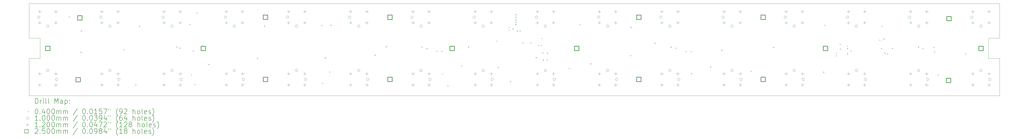
<source format=gbr>
%TF.GenerationSoftware,KiCad,Pcbnew,9.0.6*%
%TF.CreationDate,2025-12-16T13:29:30+01:00*%
%TF.ProjectId,ButtonsLEDs,42757474-6f6e-4734-9c45-44732e6b6963,rev?*%
%TF.SameCoordinates,Original*%
%TF.FileFunction,Drillmap*%
%TF.FilePolarity,Positive*%
%FSLAX45Y45*%
G04 Gerber Fmt 4.5, Leading zero omitted, Abs format (unit mm)*
G04 Created by KiCad (PCBNEW 9.0.6) date 2025-12-16 13:29:30*
%MOMM*%
%LPD*%
G01*
G04 APERTURE LIST*
%ADD10C,0.100000*%
%ADD11C,0.200000*%
%ADD12C,0.120000*%
%ADD13C,0.250000*%
G04 APERTURE END LIST*
D10*
X14650000Y-17655000D02*
X14650000Y-19150000D01*
X14650000Y-15450000D02*
X14650000Y-16840000D01*
X53650000Y-15450000D02*
X14650000Y-15450000D01*
X53200000Y-17655000D02*
X53650000Y-17655000D01*
X53200000Y-17655000D02*
X53200000Y-16840000D01*
X15095000Y-17655000D02*
X14650000Y-17655000D01*
X53650000Y-16840000D02*
X53650000Y-15450000D01*
X14650000Y-19150000D02*
X53650000Y-19150000D01*
X15095000Y-16840000D02*
X15095000Y-17655000D01*
X53650000Y-19150000D02*
X53650000Y-17655000D01*
X15095000Y-16840000D02*
X14650000Y-16840000D01*
X53200000Y-16840000D02*
X53650000Y-16840000D01*
D11*
D10*
X16245000Y-15960000D02*
X16285000Y-16000000D01*
X16285000Y-15960000D02*
X16245000Y-16000000D01*
X16720000Y-17390000D02*
X16760000Y-17430000D01*
X16760000Y-17390000D02*
X16720000Y-17430000D01*
X16730000Y-16535000D02*
X16770000Y-16575000D01*
X16770000Y-16535000D02*
X16730000Y-16575000D01*
X18445000Y-17285000D02*
X18485000Y-17325000D01*
X18485000Y-17285000D02*
X18445000Y-17325000D01*
X18920000Y-18700000D02*
X18960000Y-18740000D01*
X18960000Y-18700000D02*
X18920000Y-18740000D01*
X19070000Y-16345000D02*
X19110000Y-16385000D01*
X19110000Y-16345000D02*
X19070000Y-16385000D01*
X20570000Y-17180000D02*
X20610000Y-17220000D01*
X20610000Y-17180000D02*
X20570000Y-17220000D01*
X20700000Y-17220000D02*
X20740000Y-17260000D01*
X20740000Y-17220000D02*
X20700000Y-17260000D01*
X21095000Y-16265000D02*
X21135000Y-16305000D01*
X21135000Y-16265000D02*
X21095000Y-16305000D01*
X21160000Y-18295000D02*
X21200000Y-18335000D01*
X21200000Y-18295000D02*
X21160000Y-18335000D01*
X21230000Y-17342700D02*
X21270000Y-17382700D01*
X21270000Y-17342700D02*
X21230000Y-17382700D01*
X21290000Y-18680000D02*
X21330000Y-18720000D01*
X21330000Y-18680000D02*
X21290000Y-18720000D01*
X21385000Y-15810000D02*
X21425000Y-15850000D01*
X21425000Y-15810000D02*
X21385000Y-15850000D01*
X21860000Y-17880000D02*
X21900000Y-17920000D01*
X21900000Y-17880000D02*
X21860000Y-17920000D01*
X23810000Y-17640000D02*
X23850000Y-17680000D01*
X23850000Y-17640000D02*
X23810000Y-17680000D01*
X24090000Y-16335000D02*
X24130000Y-16375000D01*
X24130000Y-16335000D02*
X24090000Y-16375000D01*
X26395000Y-16310000D02*
X26435000Y-16350000D01*
X26435000Y-16310000D02*
X26395000Y-16350000D01*
X26425000Y-18640000D02*
X26465000Y-18680000D01*
X26465000Y-18640000D02*
X26425000Y-18680000D01*
X26535000Y-17610000D02*
X26575000Y-17650000D01*
X26575000Y-17610000D02*
X26535000Y-17650000D01*
X26710000Y-18180000D02*
X26750000Y-18220000D01*
X26750000Y-18180000D02*
X26710000Y-18220000D01*
X26760000Y-16305000D02*
X26800000Y-16345000D01*
X26800000Y-16305000D02*
X26760000Y-16345000D01*
X28535000Y-17505000D02*
X28575000Y-17545000D01*
X28575000Y-17505000D02*
X28535000Y-17545000D01*
X28985000Y-17165000D02*
X29025000Y-17205000D01*
X29025000Y-17165000D02*
X28985000Y-17205000D01*
X30420000Y-17180000D02*
X30460000Y-17220000D01*
X30460000Y-17180000D02*
X30420000Y-17220000D01*
X30617200Y-17242800D02*
X30657200Y-17282800D01*
X30657200Y-17242800D02*
X30617200Y-17282800D01*
X31030000Y-17350000D02*
X31070000Y-17390000D01*
X31070000Y-17350000D02*
X31030000Y-17390000D01*
X31230000Y-17350000D02*
X31270000Y-17390000D01*
X31270000Y-17350000D02*
X31230000Y-17390000D01*
X31245000Y-18270000D02*
X31285000Y-18310000D01*
X31285000Y-18270000D02*
X31245000Y-18310000D01*
X31460000Y-18740000D02*
X31500000Y-18780000D01*
X31500000Y-18740000D02*
X31460000Y-18780000D01*
X32000000Y-17935000D02*
X32040000Y-17975000D01*
X32040000Y-17935000D02*
X32000000Y-17975000D01*
X32285000Y-17180000D02*
X32325000Y-17220000D01*
X32325000Y-17180000D02*
X32285000Y-17220000D01*
X33430000Y-16940000D02*
X33470000Y-16980000D01*
X33470000Y-16940000D02*
X33430000Y-16980000D01*
X33495000Y-18000000D02*
X33535000Y-18040000D01*
X33535000Y-18000000D02*
X33495000Y-18040000D01*
X33920000Y-16390000D02*
X33960000Y-16430000D01*
X33960000Y-16390000D02*
X33920000Y-16430000D01*
X33920000Y-16510000D02*
X33960000Y-16550000D01*
X33960000Y-16510000D02*
X33920000Y-16550000D01*
X33980000Y-18570000D02*
X34020000Y-18610000D01*
X34020000Y-18570000D02*
X33980000Y-18610000D01*
X34075000Y-16450000D02*
X34115000Y-16490000D01*
X34115000Y-16450000D02*
X34075000Y-16490000D01*
X34190000Y-15880000D02*
X34230000Y-15920000D01*
X34230000Y-15880000D02*
X34190000Y-15920000D01*
X34190000Y-15980000D02*
X34230000Y-16020000D01*
X34230000Y-15980000D02*
X34190000Y-16020000D01*
X34190000Y-16080000D02*
X34230000Y-16120000D01*
X34230000Y-16080000D02*
X34190000Y-16120000D01*
X34190000Y-16172700D02*
X34230000Y-16212700D01*
X34230000Y-16172700D02*
X34190000Y-16212700D01*
X34190000Y-16270000D02*
X34230000Y-16310000D01*
X34230000Y-16270000D02*
X34190000Y-16310000D01*
X34250000Y-16530000D02*
X34290000Y-16570000D01*
X34290000Y-16530000D02*
X34250000Y-16570000D01*
X34360000Y-16530000D02*
X34400000Y-16570000D01*
X34400000Y-16530000D02*
X34360000Y-16570000D01*
X34480000Y-17010000D02*
X34520000Y-17050000D01*
X34520000Y-17010000D02*
X34480000Y-17050000D01*
X34790000Y-17010000D02*
X34830000Y-17050000D01*
X34830000Y-17010000D02*
X34790000Y-17050000D01*
X35010000Y-17600000D02*
X35050000Y-17640000D01*
X35050000Y-17600000D02*
X35010000Y-17640000D01*
X35110000Y-17117300D02*
X35150000Y-17157300D01*
X35150000Y-17117300D02*
X35110000Y-17157300D01*
X35220000Y-17117300D02*
X35260000Y-17157300D01*
X35260000Y-17117300D02*
X35220000Y-17157300D01*
X35250000Y-16840000D02*
X35290000Y-16880000D01*
X35290000Y-16840000D02*
X35250000Y-16880000D01*
X35280000Y-17412700D02*
X35320000Y-17452700D01*
X35320000Y-17412700D02*
X35280000Y-17452700D01*
X35300000Y-17700000D02*
X35340000Y-17740000D01*
X35340000Y-17700000D02*
X35300000Y-17740000D01*
X35450000Y-17700000D02*
X35490000Y-17740000D01*
X35490000Y-17700000D02*
X35450000Y-17740000D01*
X35460000Y-17430000D02*
X35500000Y-17470000D01*
X35500000Y-17430000D02*
X35460000Y-17470000D01*
X36335000Y-18040000D02*
X36375000Y-18080000D01*
X36375000Y-18040000D02*
X36335000Y-18080000D01*
X36780000Y-16275000D02*
X36820000Y-16315000D01*
X36820000Y-16275000D02*
X36780000Y-16315000D01*
X37210000Y-17855000D02*
X37250000Y-17895000D01*
X37250000Y-17855000D02*
X37210000Y-17895000D01*
X38810000Y-17520000D02*
X38850000Y-17560000D01*
X38850000Y-17520000D02*
X38810000Y-17560000D01*
X38815000Y-16390000D02*
X38855000Y-16430000D01*
X38855000Y-16390000D02*
X38815000Y-16430000D01*
X39785000Y-17025000D02*
X39825000Y-17065000D01*
X39825000Y-17025000D02*
X39785000Y-17065000D01*
X40430000Y-17180000D02*
X40470000Y-17220000D01*
X40470000Y-17180000D02*
X40430000Y-17220000D01*
X40640000Y-17222700D02*
X40680000Y-17262700D01*
X40680000Y-17222700D02*
X40640000Y-17262700D01*
X41030000Y-17360000D02*
X41070000Y-17400000D01*
X41070000Y-17360000D02*
X41030000Y-17400000D01*
X41230000Y-17360000D02*
X41270000Y-17400000D01*
X41270000Y-17360000D02*
X41230000Y-17400000D01*
X41240000Y-18245000D02*
X41280000Y-18285000D01*
X41280000Y-18245000D02*
X41240000Y-18285000D01*
X42015000Y-17980000D02*
X42055000Y-18020000D01*
X42055000Y-17980000D02*
X42015000Y-18020000D01*
X42465000Y-17305000D02*
X42505000Y-17345000D01*
X42505000Y-17305000D02*
X42465000Y-17345000D01*
X43645000Y-18150000D02*
X43685000Y-18190000D01*
X43685000Y-18150000D02*
X43645000Y-18190000D01*
X44540000Y-17195000D02*
X44580000Y-17235000D01*
X44580000Y-17195000D02*
X44540000Y-17235000D01*
X46560000Y-18190000D02*
X46600000Y-18230000D01*
X46600000Y-18190000D02*
X46560000Y-18230000D01*
X46600000Y-16310000D02*
X46640000Y-16350000D01*
X46640000Y-16310000D02*
X46600000Y-16350000D01*
X47070000Y-17430000D02*
X47110000Y-17470000D01*
X47110000Y-17430000D02*
X47070000Y-17470000D01*
X47070000Y-17530000D02*
X47110000Y-17570000D01*
X47110000Y-17530000D02*
X47070000Y-17570000D01*
X47225000Y-17065000D02*
X47265000Y-17105000D01*
X47265000Y-17065000D02*
X47225000Y-17105000D01*
X47232500Y-17260000D02*
X47272500Y-17300000D01*
X47272500Y-17260000D02*
X47232500Y-17300000D01*
X47517500Y-17240000D02*
X47557500Y-17280000D01*
X47557500Y-17240000D02*
X47517500Y-17280000D01*
X47517500Y-17455000D02*
X47557500Y-17495000D01*
X47557500Y-17455000D02*
X47517500Y-17495000D01*
X47525000Y-17135000D02*
X47565000Y-17175000D01*
X47565000Y-17135000D02*
X47525000Y-17175000D01*
X47655000Y-17335000D02*
X47695000Y-17375000D01*
X47695000Y-17335000D02*
X47655000Y-17375000D01*
X48820000Y-16905000D02*
X48860000Y-16945000D01*
X48860000Y-16905000D02*
X48820000Y-16945000D01*
X48885000Y-17240000D02*
X48925000Y-17280000D01*
X48925000Y-17240000D02*
X48885000Y-17280000D01*
X48900000Y-16345000D02*
X48940000Y-16385000D01*
X48940000Y-16345000D02*
X48900000Y-16385000D01*
X48985000Y-16855000D02*
X49025000Y-16895000D01*
X49025000Y-16855000D02*
X48985000Y-16895000D01*
X49020000Y-17422700D02*
X49060000Y-17462700D01*
X49060000Y-17422700D02*
X49020000Y-17462700D01*
X49120000Y-17450000D02*
X49160000Y-17490000D01*
X49160000Y-17450000D02*
X49120000Y-17490000D01*
X49320000Y-17234400D02*
X49360000Y-17274400D01*
X49360000Y-17234400D02*
X49320000Y-17274400D01*
X50370000Y-17180000D02*
X50410000Y-17220000D01*
X50410000Y-17180000D02*
X50370000Y-17220000D01*
X50545000Y-17240000D02*
X50585000Y-17280000D01*
X50585000Y-17240000D02*
X50545000Y-17280000D01*
X50992250Y-17187750D02*
X51032250Y-17227750D01*
X51032250Y-17187750D02*
X50992250Y-17227750D01*
X51020000Y-17370000D02*
X51060000Y-17410000D01*
X51060000Y-17370000D02*
X51020000Y-17410000D01*
X51160000Y-18300000D02*
X51200000Y-18340000D01*
X51200000Y-18300000D02*
X51160000Y-18340000D01*
X52265000Y-17450000D02*
X52305000Y-17490000D01*
X52305000Y-17450000D02*
X52265000Y-17490000D01*
X15090000Y-16000000D02*
G75*
G02*
X14990000Y-16000000I-50000J0D01*
G01*
X14990000Y-16000000D02*
G75*
G02*
X15090000Y-16000000I50000J0D01*
G01*
X15450000Y-16360000D02*
G75*
G02*
X15350000Y-16360000I-50000J0D01*
G01*
X15350000Y-16360000D02*
G75*
G02*
X15450000Y-16360000I50000J0D01*
G01*
X15450000Y-18140000D02*
G75*
G02*
X15350000Y-18140000I-50000J0D01*
G01*
X15350000Y-18140000D02*
G75*
G02*
X15450000Y-18140000I50000J0D01*
G01*
X15810000Y-18500000D02*
G75*
G02*
X15710000Y-18500000I-50000J0D01*
G01*
X15710000Y-18500000D02*
G75*
G02*
X15810000Y-18500000I50000J0D01*
G01*
X17590000Y-16000000D02*
G75*
G02*
X17490000Y-16000000I-50000J0D01*
G01*
X17490000Y-16000000D02*
G75*
G02*
X17590000Y-16000000I50000J0D01*
G01*
X17950000Y-16360000D02*
G75*
G02*
X17850000Y-16360000I-50000J0D01*
G01*
X17850000Y-16360000D02*
G75*
G02*
X17950000Y-16360000I50000J0D01*
G01*
X17950000Y-18140000D02*
G75*
G02*
X17850000Y-18140000I-50000J0D01*
G01*
X17850000Y-18140000D02*
G75*
G02*
X17950000Y-18140000I50000J0D01*
G01*
X18310000Y-18500000D02*
G75*
G02*
X18210000Y-18500000I-50000J0D01*
G01*
X18210000Y-18500000D02*
G75*
G02*
X18310000Y-18500000I50000J0D01*
G01*
X20090000Y-16000000D02*
G75*
G02*
X19990000Y-16000000I-50000J0D01*
G01*
X19990000Y-16000000D02*
G75*
G02*
X20090000Y-16000000I50000J0D01*
G01*
X20450000Y-16360000D02*
G75*
G02*
X20350000Y-16360000I-50000J0D01*
G01*
X20350000Y-16360000D02*
G75*
G02*
X20450000Y-16360000I50000J0D01*
G01*
X20450000Y-18140000D02*
G75*
G02*
X20350000Y-18140000I-50000J0D01*
G01*
X20350000Y-18140000D02*
G75*
G02*
X20450000Y-18140000I50000J0D01*
G01*
X20810000Y-18500000D02*
G75*
G02*
X20710000Y-18500000I-50000J0D01*
G01*
X20710000Y-18500000D02*
G75*
G02*
X20810000Y-18500000I50000J0D01*
G01*
X22590000Y-16000000D02*
G75*
G02*
X22490000Y-16000000I-50000J0D01*
G01*
X22490000Y-16000000D02*
G75*
G02*
X22590000Y-16000000I50000J0D01*
G01*
X22950000Y-16360000D02*
G75*
G02*
X22850000Y-16360000I-50000J0D01*
G01*
X22850000Y-16360000D02*
G75*
G02*
X22950000Y-16360000I50000J0D01*
G01*
X22950000Y-18140000D02*
G75*
G02*
X22850000Y-18140000I-50000J0D01*
G01*
X22850000Y-18140000D02*
G75*
G02*
X22950000Y-18140000I50000J0D01*
G01*
X23310000Y-18500000D02*
G75*
G02*
X23210000Y-18500000I-50000J0D01*
G01*
X23210000Y-18500000D02*
G75*
G02*
X23310000Y-18500000I50000J0D01*
G01*
X25090000Y-16000000D02*
G75*
G02*
X24990000Y-16000000I-50000J0D01*
G01*
X24990000Y-16000000D02*
G75*
G02*
X25090000Y-16000000I50000J0D01*
G01*
X25450000Y-16360000D02*
G75*
G02*
X25350000Y-16360000I-50000J0D01*
G01*
X25350000Y-16360000D02*
G75*
G02*
X25450000Y-16360000I50000J0D01*
G01*
X25450000Y-18140000D02*
G75*
G02*
X25350000Y-18140000I-50000J0D01*
G01*
X25350000Y-18140000D02*
G75*
G02*
X25450000Y-18140000I50000J0D01*
G01*
X25810000Y-18500000D02*
G75*
G02*
X25710000Y-18500000I-50000J0D01*
G01*
X25710000Y-18500000D02*
G75*
G02*
X25810000Y-18500000I50000J0D01*
G01*
X27590000Y-16000000D02*
G75*
G02*
X27490000Y-16000000I-50000J0D01*
G01*
X27490000Y-16000000D02*
G75*
G02*
X27590000Y-16000000I50000J0D01*
G01*
X27950000Y-16360000D02*
G75*
G02*
X27850000Y-16360000I-50000J0D01*
G01*
X27850000Y-16360000D02*
G75*
G02*
X27950000Y-16360000I50000J0D01*
G01*
X27950000Y-18140000D02*
G75*
G02*
X27850000Y-18140000I-50000J0D01*
G01*
X27850000Y-18140000D02*
G75*
G02*
X27950000Y-18140000I50000J0D01*
G01*
X28310000Y-18500000D02*
G75*
G02*
X28210000Y-18500000I-50000J0D01*
G01*
X28210000Y-18500000D02*
G75*
G02*
X28310000Y-18500000I50000J0D01*
G01*
X30090000Y-16000000D02*
G75*
G02*
X29990000Y-16000000I-50000J0D01*
G01*
X29990000Y-16000000D02*
G75*
G02*
X30090000Y-16000000I50000J0D01*
G01*
X30450000Y-16360000D02*
G75*
G02*
X30350000Y-16360000I-50000J0D01*
G01*
X30350000Y-16360000D02*
G75*
G02*
X30450000Y-16360000I50000J0D01*
G01*
X30450000Y-18140000D02*
G75*
G02*
X30350000Y-18140000I-50000J0D01*
G01*
X30350000Y-18140000D02*
G75*
G02*
X30450000Y-18140000I50000J0D01*
G01*
X30810000Y-18500000D02*
G75*
G02*
X30710000Y-18500000I-50000J0D01*
G01*
X30710000Y-18500000D02*
G75*
G02*
X30810000Y-18500000I50000J0D01*
G01*
X32590000Y-16000000D02*
G75*
G02*
X32490000Y-16000000I-50000J0D01*
G01*
X32490000Y-16000000D02*
G75*
G02*
X32590000Y-16000000I50000J0D01*
G01*
X32950000Y-16360000D02*
G75*
G02*
X32850000Y-16360000I-50000J0D01*
G01*
X32850000Y-16360000D02*
G75*
G02*
X32950000Y-16360000I50000J0D01*
G01*
X32950000Y-18140000D02*
G75*
G02*
X32850000Y-18140000I-50000J0D01*
G01*
X32850000Y-18140000D02*
G75*
G02*
X32950000Y-18140000I50000J0D01*
G01*
X33310000Y-18500000D02*
G75*
G02*
X33210000Y-18500000I-50000J0D01*
G01*
X33210000Y-18500000D02*
G75*
G02*
X33310000Y-18500000I50000J0D01*
G01*
X35090000Y-16000000D02*
G75*
G02*
X34990000Y-16000000I-50000J0D01*
G01*
X34990000Y-16000000D02*
G75*
G02*
X35090000Y-16000000I50000J0D01*
G01*
X35450000Y-16360000D02*
G75*
G02*
X35350000Y-16360000I-50000J0D01*
G01*
X35350000Y-16360000D02*
G75*
G02*
X35450000Y-16360000I50000J0D01*
G01*
X35450000Y-18140000D02*
G75*
G02*
X35350000Y-18140000I-50000J0D01*
G01*
X35350000Y-18140000D02*
G75*
G02*
X35450000Y-18140000I50000J0D01*
G01*
X35810000Y-18500000D02*
G75*
G02*
X35710000Y-18500000I-50000J0D01*
G01*
X35710000Y-18500000D02*
G75*
G02*
X35810000Y-18500000I50000J0D01*
G01*
X37590000Y-16000000D02*
G75*
G02*
X37490000Y-16000000I-50000J0D01*
G01*
X37490000Y-16000000D02*
G75*
G02*
X37590000Y-16000000I50000J0D01*
G01*
X37950000Y-16360000D02*
G75*
G02*
X37850000Y-16360000I-50000J0D01*
G01*
X37850000Y-16360000D02*
G75*
G02*
X37950000Y-16360000I50000J0D01*
G01*
X37950000Y-18140000D02*
G75*
G02*
X37850000Y-18140000I-50000J0D01*
G01*
X37850000Y-18140000D02*
G75*
G02*
X37950000Y-18140000I50000J0D01*
G01*
X38310000Y-18500000D02*
G75*
G02*
X38210000Y-18500000I-50000J0D01*
G01*
X38210000Y-18500000D02*
G75*
G02*
X38310000Y-18500000I50000J0D01*
G01*
X40090000Y-16000000D02*
G75*
G02*
X39990000Y-16000000I-50000J0D01*
G01*
X39990000Y-16000000D02*
G75*
G02*
X40090000Y-16000000I50000J0D01*
G01*
X40450000Y-16360000D02*
G75*
G02*
X40350000Y-16360000I-50000J0D01*
G01*
X40350000Y-16360000D02*
G75*
G02*
X40450000Y-16360000I50000J0D01*
G01*
X40450000Y-18140000D02*
G75*
G02*
X40350000Y-18140000I-50000J0D01*
G01*
X40350000Y-18140000D02*
G75*
G02*
X40450000Y-18140000I50000J0D01*
G01*
X40810000Y-18500000D02*
G75*
G02*
X40710000Y-18500000I-50000J0D01*
G01*
X40710000Y-18500000D02*
G75*
G02*
X40810000Y-18500000I50000J0D01*
G01*
X42590000Y-16000000D02*
G75*
G02*
X42490000Y-16000000I-50000J0D01*
G01*
X42490000Y-16000000D02*
G75*
G02*
X42590000Y-16000000I50000J0D01*
G01*
X42950000Y-16360000D02*
G75*
G02*
X42850000Y-16360000I-50000J0D01*
G01*
X42850000Y-16360000D02*
G75*
G02*
X42950000Y-16360000I50000J0D01*
G01*
X42950000Y-18140000D02*
G75*
G02*
X42850000Y-18140000I-50000J0D01*
G01*
X42850000Y-18140000D02*
G75*
G02*
X42950000Y-18140000I50000J0D01*
G01*
X43310000Y-18500000D02*
G75*
G02*
X43210000Y-18500000I-50000J0D01*
G01*
X43210000Y-18500000D02*
G75*
G02*
X43310000Y-18500000I50000J0D01*
G01*
X45090000Y-16000000D02*
G75*
G02*
X44990000Y-16000000I-50000J0D01*
G01*
X44990000Y-16000000D02*
G75*
G02*
X45090000Y-16000000I50000J0D01*
G01*
X45450000Y-16360000D02*
G75*
G02*
X45350000Y-16360000I-50000J0D01*
G01*
X45350000Y-16360000D02*
G75*
G02*
X45450000Y-16360000I50000J0D01*
G01*
X45450000Y-18140000D02*
G75*
G02*
X45350000Y-18140000I-50000J0D01*
G01*
X45350000Y-18140000D02*
G75*
G02*
X45450000Y-18140000I50000J0D01*
G01*
X45810000Y-18500000D02*
G75*
G02*
X45710000Y-18500000I-50000J0D01*
G01*
X45710000Y-18500000D02*
G75*
G02*
X45810000Y-18500000I50000J0D01*
G01*
X47590000Y-16000000D02*
G75*
G02*
X47490000Y-16000000I-50000J0D01*
G01*
X47490000Y-16000000D02*
G75*
G02*
X47590000Y-16000000I50000J0D01*
G01*
X47950000Y-16360000D02*
G75*
G02*
X47850000Y-16360000I-50000J0D01*
G01*
X47850000Y-16360000D02*
G75*
G02*
X47950000Y-16360000I50000J0D01*
G01*
X47950000Y-18140000D02*
G75*
G02*
X47850000Y-18140000I-50000J0D01*
G01*
X47850000Y-18140000D02*
G75*
G02*
X47950000Y-18140000I50000J0D01*
G01*
X48310000Y-18500000D02*
G75*
G02*
X48210000Y-18500000I-50000J0D01*
G01*
X48210000Y-18500000D02*
G75*
G02*
X48310000Y-18500000I50000J0D01*
G01*
X50090000Y-16000000D02*
G75*
G02*
X49990000Y-16000000I-50000J0D01*
G01*
X49990000Y-16000000D02*
G75*
G02*
X50090000Y-16000000I50000J0D01*
G01*
X50450000Y-16360000D02*
G75*
G02*
X50350000Y-16360000I-50000J0D01*
G01*
X50350000Y-16360000D02*
G75*
G02*
X50450000Y-16360000I50000J0D01*
G01*
X50450000Y-18140000D02*
G75*
G02*
X50350000Y-18140000I-50000J0D01*
G01*
X50350000Y-18140000D02*
G75*
G02*
X50450000Y-18140000I50000J0D01*
G01*
X50810000Y-18500000D02*
G75*
G02*
X50710000Y-18500000I-50000J0D01*
G01*
X50710000Y-18500000D02*
G75*
G02*
X50810000Y-18500000I50000J0D01*
G01*
X52590000Y-16000000D02*
G75*
G02*
X52490000Y-16000000I-50000J0D01*
G01*
X52490000Y-16000000D02*
G75*
G02*
X52590000Y-16000000I50000J0D01*
G01*
X52950000Y-16360000D02*
G75*
G02*
X52850000Y-16360000I-50000J0D01*
G01*
X52850000Y-16360000D02*
G75*
G02*
X52950000Y-16360000I50000J0D01*
G01*
X52950000Y-18140000D02*
G75*
G02*
X52850000Y-18140000I-50000J0D01*
G01*
X52850000Y-18140000D02*
G75*
G02*
X52950000Y-18140000I50000J0D01*
G01*
X53310000Y-18500000D02*
G75*
G02*
X53210000Y-18500000I-50000J0D01*
G01*
X53210000Y-18500000D02*
G75*
G02*
X53310000Y-18500000I50000J0D01*
G01*
D12*
X15075000Y-15715000D02*
X15075000Y-15835000D01*
X15015000Y-15775000D02*
X15135000Y-15775000D01*
X15075000Y-16165000D02*
X15075000Y-16285000D01*
X15015000Y-16225000D02*
X15135000Y-16225000D01*
X15075000Y-18215000D02*
X15075000Y-18335000D01*
X15015000Y-18275000D02*
X15135000Y-18275000D01*
X15075000Y-18665000D02*
X15075000Y-18785000D01*
X15015000Y-18725000D02*
X15135000Y-18725000D01*
X15725000Y-15715000D02*
X15725000Y-15835000D01*
X15665000Y-15775000D02*
X15785000Y-15775000D01*
X15725000Y-16165000D02*
X15725000Y-16285000D01*
X15665000Y-16225000D02*
X15785000Y-16225000D01*
X15725000Y-18215000D02*
X15725000Y-18335000D01*
X15665000Y-18275000D02*
X15785000Y-18275000D01*
X15725000Y-18665000D02*
X15725000Y-18785000D01*
X15665000Y-18725000D02*
X15785000Y-18725000D01*
X17575000Y-15715000D02*
X17575000Y-15835000D01*
X17515000Y-15775000D02*
X17635000Y-15775000D01*
X17575000Y-16165000D02*
X17575000Y-16285000D01*
X17515000Y-16225000D02*
X17635000Y-16225000D01*
X17575000Y-18215000D02*
X17575000Y-18335000D01*
X17515000Y-18275000D02*
X17635000Y-18275000D01*
X17575000Y-18665000D02*
X17575000Y-18785000D01*
X17515000Y-18725000D02*
X17635000Y-18725000D01*
X18225000Y-15715000D02*
X18225000Y-15835000D01*
X18165000Y-15775000D02*
X18285000Y-15775000D01*
X18225000Y-16165000D02*
X18225000Y-16285000D01*
X18165000Y-16225000D02*
X18285000Y-16225000D01*
X18225000Y-18215000D02*
X18225000Y-18335000D01*
X18165000Y-18275000D02*
X18285000Y-18275000D01*
X18225000Y-18665000D02*
X18225000Y-18785000D01*
X18165000Y-18725000D02*
X18285000Y-18725000D01*
X20075000Y-15715000D02*
X20075000Y-15835000D01*
X20015000Y-15775000D02*
X20135000Y-15775000D01*
X20075000Y-16165000D02*
X20075000Y-16285000D01*
X20015000Y-16225000D02*
X20135000Y-16225000D01*
X20075000Y-18215000D02*
X20075000Y-18335000D01*
X20015000Y-18275000D02*
X20135000Y-18275000D01*
X20075000Y-18665000D02*
X20075000Y-18785000D01*
X20015000Y-18725000D02*
X20135000Y-18725000D01*
X20725000Y-15715000D02*
X20725000Y-15835000D01*
X20665000Y-15775000D02*
X20785000Y-15775000D01*
X20725000Y-16165000D02*
X20725000Y-16285000D01*
X20665000Y-16225000D02*
X20785000Y-16225000D01*
X20725000Y-18215000D02*
X20725000Y-18335000D01*
X20665000Y-18275000D02*
X20785000Y-18275000D01*
X20725000Y-18665000D02*
X20725000Y-18785000D01*
X20665000Y-18725000D02*
X20785000Y-18725000D01*
X22575000Y-15715000D02*
X22575000Y-15835000D01*
X22515000Y-15775000D02*
X22635000Y-15775000D01*
X22575000Y-16165000D02*
X22575000Y-16285000D01*
X22515000Y-16225000D02*
X22635000Y-16225000D01*
X22575000Y-18215000D02*
X22575000Y-18335000D01*
X22515000Y-18275000D02*
X22635000Y-18275000D01*
X22575000Y-18665000D02*
X22575000Y-18785000D01*
X22515000Y-18725000D02*
X22635000Y-18725000D01*
X23225000Y-15715000D02*
X23225000Y-15835000D01*
X23165000Y-15775000D02*
X23285000Y-15775000D01*
X23225000Y-16165000D02*
X23225000Y-16285000D01*
X23165000Y-16225000D02*
X23285000Y-16225000D01*
X23225000Y-18215000D02*
X23225000Y-18335000D01*
X23165000Y-18275000D02*
X23285000Y-18275000D01*
X23225000Y-18665000D02*
X23225000Y-18785000D01*
X23165000Y-18725000D02*
X23285000Y-18725000D01*
X25075000Y-15715000D02*
X25075000Y-15835000D01*
X25015000Y-15775000D02*
X25135000Y-15775000D01*
X25075000Y-16165000D02*
X25075000Y-16285000D01*
X25015000Y-16225000D02*
X25135000Y-16225000D01*
X25075000Y-18215000D02*
X25075000Y-18335000D01*
X25015000Y-18275000D02*
X25135000Y-18275000D01*
X25075000Y-18665000D02*
X25075000Y-18785000D01*
X25015000Y-18725000D02*
X25135000Y-18725000D01*
X25725000Y-15715000D02*
X25725000Y-15835000D01*
X25665000Y-15775000D02*
X25785000Y-15775000D01*
X25725000Y-16165000D02*
X25725000Y-16285000D01*
X25665000Y-16225000D02*
X25785000Y-16225000D01*
X25725000Y-18215000D02*
X25725000Y-18335000D01*
X25665000Y-18275000D02*
X25785000Y-18275000D01*
X25725000Y-18665000D02*
X25725000Y-18785000D01*
X25665000Y-18725000D02*
X25785000Y-18725000D01*
X27575000Y-15715000D02*
X27575000Y-15835000D01*
X27515000Y-15775000D02*
X27635000Y-15775000D01*
X27575000Y-16165000D02*
X27575000Y-16285000D01*
X27515000Y-16225000D02*
X27635000Y-16225000D01*
X27575000Y-18215000D02*
X27575000Y-18335000D01*
X27515000Y-18275000D02*
X27635000Y-18275000D01*
X27575000Y-18665000D02*
X27575000Y-18785000D01*
X27515000Y-18725000D02*
X27635000Y-18725000D01*
X28225000Y-15715000D02*
X28225000Y-15835000D01*
X28165000Y-15775000D02*
X28285000Y-15775000D01*
X28225000Y-16165000D02*
X28225000Y-16285000D01*
X28165000Y-16225000D02*
X28285000Y-16225000D01*
X28225000Y-18215000D02*
X28225000Y-18335000D01*
X28165000Y-18275000D02*
X28285000Y-18275000D01*
X28225000Y-18665000D02*
X28225000Y-18785000D01*
X28165000Y-18725000D02*
X28285000Y-18725000D01*
X30075000Y-15715000D02*
X30075000Y-15835000D01*
X30015000Y-15775000D02*
X30135000Y-15775000D01*
X30075000Y-16165000D02*
X30075000Y-16285000D01*
X30015000Y-16225000D02*
X30135000Y-16225000D01*
X30075000Y-18215000D02*
X30075000Y-18335000D01*
X30015000Y-18275000D02*
X30135000Y-18275000D01*
X30075000Y-18665000D02*
X30075000Y-18785000D01*
X30015000Y-18725000D02*
X30135000Y-18725000D01*
X30725000Y-15715000D02*
X30725000Y-15835000D01*
X30665000Y-15775000D02*
X30785000Y-15775000D01*
X30725000Y-16165000D02*
X30725000Y-16285000D01*
X30665000Y-16225000D02*
X30785000Y-16225000D01*
X30725000Y-18215000D02*
X30725000Y-18335000D01*
X30665000Y-18275000D02*
X30785000Y-18275000D01*
X30725000Y-18665000D02*
X30725000Y-18785000D01*
X30665000Y-18725000D02*
X30785000Y-18725000D01*
X32575000Y-15715000D02*
X32575000Y-15835000D01*
X32515000Y-15775000D02*
X32635000Y-15775000D01*
X32575000Y-16165000D02*
X32575000Y-16285000D01*
X32515000Y-16225000D02*
X32635000Y-16225000D01*
X32575000Y-18215000D02*
X32575000Y-18335000D01*
X32515000Y-18275000D02*
X32635000Y-18275000D01*
X32575000Y-18665000D02*
X32575000Y-18785000D01*
X32515000Y-18725000D02*
X32635000Y-18725000D01*
X33225000Y-15715000D02*
X33225000Y-15835000D01*
X33165000Y-15775000D02*
X33285000Y-15775000D01*
X33225000Y-16165000D02*
X33225000Y-16285000D01*
X33165000Y-16225000D02*
X33285000Y-16225000D01*
X33225000Y-18215000D02*
X33225000Y-18335000D01*
X33165000Y-18275000D02*
X33285000Y-18275000D01*
X33225000Y-18665000D02*
X33225000Y-18785000D01*
X33165000Y-18725000D02*
X33285000Y-18725000D01*
X35075000Y-15715000D02*
X35075000Y-15835000D01*
X35015000Y-15775000D02*
X35135000Y-15775000D01*
X35075000Y-16165000D02*
X35075000Y-16285000D01*
X35015000Y-16225000D02*
X35135000Y-16225000D01*
X35075000Y-18215000D02*
X35075000Y-18335000D01*
X35015000Y-18275000D02*
X35135000Y-18275000D01*
X35075000Y-18665000D02*
X35075000Y-18785000D01*
X35015000Y-18725000D02*
X35135000Y-18725000D01*
X35725000Y-15715000D02*
X35725000Y-15835000D01*
X35665000Y-15775000D02*
X35785000Y-15775000D01*
X35725000Y-16165000D02*
X35725000Y-16285000D01*
X35665000Y-16225000D02*
X35785000Y-16225000D01*
X35725000Y-18215000D02*
X35725000Y-18335000D01*
X35665000Y-18275000D02*
X35785000Y-18275000D01*
X35725000Y-18665000D02*
X35725000Y-18785000D01*
X35665000Y-18725000D02*
X35785000Y-18725000D01*
X37575000Y-15715000D02*
X37575000Y-15835000D01*
X37515000Y-15775000D02*
X37635000Y-15775000D01*
X37575000Y-16165000D02*
X37575000Y-16285000D01*
X37515000Y-16225000D02*
X37635000Y-16225000D01*
X37575000Y-18215000D02*
X37575000Y-18335000D01*
X37515000Y-18275000D02*
X37635000Y-18275000D01*
X37575000Y-18665000D02*
X37575000Y-18785000D01*
X37515000Y-18725000D02*
X37635000Y-18725000D01*
X38225000Y-15715000D02*
X38225000Y-15835000D01*
X38165000Y-15775000D02*
X38285000Y-15775000D01*
X38225000Y-16165000D02*
X38225000Y-16285000D01*
X38165000Y-16225000D02*
X38285000Y-16225000D01*
X38225000Y-18215000D02*
X38225000Y-18335000D01*
X38165000Y-18275000D02*
X38285000Y-18275000D01*
X38225000Y-18665000D02*
X38225000Y-18785000D01*
X38165000Y-18725000D02*
X38285000Y-18725000D01*
X40075000Y-15715000D02*
X40075000Y-15835000D01*
X40015000Y-15775000D02*
X40135000Y-15775000D01*
X40075000Y-16165000D02*
X40075000Y-16285000D01*
X40015000Y-16225000D02*
X40135000Y-16225000D01*
X40075000Y-18215000D02*
X40075000Y-18335000D01*
X40015000Y-18275000D02*
X40135000Y-18275000D01*
X40075000Y-18665000D02*
X40075000Y-18785000D01*
X40015000Y-18725000D02*
X40135000Y-18725000D01*
X40725000Y-15715000D02*
X40725000Y-15835000D01*
X40665000Y-15775000D02*
X40785000Y-15775000D01*
X40725000Y-16165000D02*
X40725000Y-16285000D01*
X40665000Y-16225000D02*
X40785000Y-16225000D01*
X40725000Y-18215000D02*
X40725000Y-18335000D01*
X40665000Y-18275000D02*
X40785000Y-18275000D01*
X40725000Y-18665000D02*
X40725000Y-18785000D01*
X40665000Y-18725000D02*
X40785000Y-18725000D01*
X42575000Y-15715000D02*
X42575000Y-15835000D01*
X42515000Y-15775000D02*
X42635000Y-15775000D01*
X42575000Y-16165000D02*
X42575000Y-16285000D01*
X42515000Y-16225000D02*
X42635000Y-16225000D01*
X42575000Y-18215000D02*
X42575000Y-18335000D01*
X42515000Y-18275000D02*
X42635000Y-18275000D01*
X42575000Y-18665000D02*
X42575000Y-18785000D01*
X42515000Y-18725000D02*
X42635000Y-18725000D01*
X43225000Y-15715000D02*
X43225000Y-15835000D01*
X43165000Y-15775000D02*
X43285000Y-15775000D01*
X43225000Y-16165000D02*
X43225000Y-16285000D01*
X43165000Y-16225000D02*
X43285000Y-16225000D01*
X43225000Y-18215000D02*
X43225000Y-18335000D01*
X43165000Y-18275000D02*
X43285000Y-18275000D01*
X43225000Y-18665000D02*
X43225000Y-18785000D01*
X43165000Y-18725000D02*
X43285000Y-18725000D01*
X45075000Y-15715000D02*
X45075000Y-15835000D01*
X45015000Y-15775000D02*
X45135000Y-15775000D01*
X45075000Y-16165000D02*
X45075000Y-16285000D01*
X45015000Y-16225000D02*
X45135000Y-16225000D01*
X45075000Y-18215000D02*
X45075000Y-18335000D01*
X45015000Y-18275000D02*
X45135000Y-18275000D01*
X45075000Y-18665000D02*
X45075000Y-18785000D01*
X45015000Y-18725000D02*
X45135000Y-18725000D01*
X45725000Y-15715000D02*
X45725000Y-15835000D01*
X45665000Y-15775000D02*
X45785000Y-15775000D01*
X45725000Y-16165000D02*
X45725000Y-16285000D01*
X45665000Y-16225000D02*
X45785000Y-16225000D01*
X45725000Y-18215000D02*
X45725000Y-18335000D01*
X45665000Y-18275000D02*
X45785000Y-18275000D01*
X45725000Y-18665000D02*
X45725000Y-18785000D01*
X45665000Y-18725000D02*
X45785000Y-18725000D01*
X47575000Y-15715000D02*
X47575000Y-15835000D01*
X47515000Y-15775000D02*
X47635000Y-15775000D01*
X47575000Y-16165000D02*
X47575000Y-16285000D01*
X47515000Y-16225000D02*
X47635000Y-16225000D01*
X47575000Y-18215000D02*
X47575000Y-18335000D01*
X47515000Y-18275000D02*
X47635000Y-18275000D01*
X47575000Y-18665000D02*
X47575000Y-18785000D01*
X47515000Y-18725000D02*
X47635000Y-18725000D01*
X48225000Y-15715000D02*
X48225000Y-15835000D01*
X48165000Y-15775000D02*
X48285000Y-15775000D01*
X48225000Y-16165000D02*
X48225000Y-16285000D01*
X48165000Y-16225000D02*
X48285000Y-16225000D01*
X48225000Y-18215000D02*
X48225000Y-18335000D01*
X48165000Y-18275000D02*
X48285000Y-18275000D01*
X48225000Y-18665000D02*
X48225000Y-18785000D01*
X48165000Y-18725000D02*
X48285000Y-18725000D01*
X50075000Y-15715000D02*
X50075000Y-15835000D01*
X50015000Y-15775000D02*
X50135000Y-15775000D01*
X50075000Y-16165000D02*
X50075000Y-16285000D01*
X50015000Y-16225000D02*
X50135000Y-16225000D01*
X50075000Y-18215000D02*
X50075000Y-18335000D01*
X50015000Y-18275000D02*
X50135000Y-18275000D01*
X50075000Y-18665000D02*
X50075000Y-18785000D01*
X50015000Y-18725000D02*
X50135000Y-18725000D01*
X50725000Y-15715000D02*
X50725000Y-15835000D01*
X50665000Y-15775000D02*
X50785000Y-15775000D01*
X50725000Y-16165000D02*
X50725000Y-16285000D01*
X50665000Y-16225000D02*
X50785000Y-16225000D01*
X50725000Y-18215000D02*
X50725000Y-18335000D01*
X50665000Y-18275000D02*
X50785000Y-18275000D01*
X50725000Y-18665000D02*
X50725000Y-18785000D01*
X50665000Y-18725000D02*
X50785000Y-18725000D01*
X52575000Y-15715000D02*
X52575000Y-15835000D01*
X52515000Y-15775000D02*
X52635000Y-15775000D01*
X52575000Y-16165000D02*
X52575000Y-16285000D01*
X52515000Y-16225000D02*
X52635000Y-16225000D01*
X52575000Y-18215000D02*
X52575000Y-18335000D01*
X52515000Y-18275000D02*
X52635000Y-18275000D01*
X52575000Y-18665000D02*
X52575000Y-18785000D01*
X52515000Y-18725000D02*
X52635000Y-18725000D01*
X53225000Y-15715000D02*
X53225000Y-15835000D01*
X53165000Y-15775000D02*
X53285000Y-15775000D01*
X53225000Y-16165000D02*
X53225000Y-16285000D01*
X53165000Y-16225000D02*
X53285000Y-16225000D01*
X53225000Y-18215000D02*
X53225000Y-18335000D01*
X53165000Y-18275000D02*
X53285000Y-18275000D01*
X53225000Y-18665000D02*
X53225000Y-18785000D01*
X53165000Y-18725000D02*
X53285000Y-18725000D01*
D13*
X15488389Y-17338389D02*
X15488389Y-17161611D01*
X15311611Y-17161611D01*
X15311611Y-17338389D01*
X15488389Y-17338389D01*
X16708389Y-18598389D02*
X16708389Y-18421611D01*
X16531611Y-18421611D01*
X16531611Y-18598389D01*
X16708389Y-18598389D01*
X16778389Y-16113389D02*
X16778389Y-15936611D01*
X16601611Y-15936611D01*
X16601611Y-16113389D01*
X16778389Y-16113389D01*
X21738389Y-17338389D02*
X21738389Y-17161611D01*
X21561611Y-17161611D01*
X21561611Y-17338389D01*
X21738389Y-17338389D01*
X24238389Y-16088389D02*
X24238389Y-15911611D01*
X24061611Y-15911611D01*
X24061611Y-16088389D01*
X24238389Y-16088389D01*
X24238389Y-18588389D02*
X24238389Y-18411611D01*
X24061611Y-18411611D01*
X24061611Y-18588389D01*
X24238389Y-18588389D01*
X29238389Y-16088389D02*
X29238389Y-15911611D01*
X29061611Y-15911611D01*
X29061611Y-16088389D01*
X29238389Y-16088389D01*
X29238389Y-18588389D02*
X29238389Y-18411611D01*
X29061611Y-18411611D01*
X29061611Y-18588389D01*
X29238389Y-18588389D01*
X31738389Y-17338389D02*
X31738389Y-17161611D01*
X31561611Y-17161611D01*
X31561611Y-17338389D01*
X31738389Y-17338389D01*
X36738389Y-17338389D02*
X36738389Y-17161611D01*
X36561611Y-17161611D01*
X36561611Y-17338389D01*
X36738389Y-17338389D01*
X39238389Y-16088389D02*
X39238389Y-15911611D01*
X39061611Y-15911611D01*
X39061611Y-16088389D01*
X39238389Y-16088389D01*
X39238389Y-18588389D02*
X39238389Y-18411611D01*
X39061611Y-18411611D01*
X39061611Y-18588389D01*
X39238389Y-18588389D01*
X44238389Y-16088389D02*
X44238389Y-15911611D01*
X44061611Y-15911611D01*
X44061611Y-16088389D01*
X44238389Y-16088389D01*
X44238389Y-18588389D02*
X44238389Y-18411611D01*
X44061611Y-18411611D01*
X44061611Y-18588389D01*
X44238389Y-18588389D01*
X46738389Y-17338389D02*
X46738389Y-17161611D01*
X46561611Y-17161611D01*
X46561611Y-17338389D01*
X46738389Y-17338389D01*
X51683389Y-18628389D02*
X51683389Y-18451611D01*
X51506611Y-18451611D01*
X51506611Y-18628389D01*
X51683389Y-18628389D01*
X51703389Y-16143389D02*
X51703389Y-15966611D01*
X51526611Y-15966611D01*
X51526611Y-16143389D01*
X51703389Y-16143389D01*
X52988389Y-17338389D02*
X52988389Y-17161611D01*
X52811611Y-17161611D01*
X52811611Y-17338389D01*
X52988389Y-17338389D01*
D11*
X14905777Y-19466484D02*
X14905777Y-19266484D01*
X14905777Y-19266484D02*
X14953396Y-19266484D01*
X14953396Y-19266484D02*
X14981967Y-19276008D01*
X14981967Y-19276008D02*
X15001015Y-19295055D01*
X15001015Y-19295055D02*
X15010539Y-19314103D01*
X15010539Y-19314103D02*
X15020062Y-19352198D01*
X15020062Y-19352198D02*
X15020062Y-19380770D01*
X15020062Y-19380770D02*
X15010539Y-19418865D01*
X15010539Y-19418865D02*
X15001015Y-19437912D01*
X15001015Y-19437912D02*
X14981967Y-19456960D01*
X14981967Y-19456960D02*
X14953396Y-19466484D01*
X14953396Y-19466484D02*
X14905777Y-19466484D01*
X15105777Y-19466484D02*
X15105777Y-19333150D01*
X15105777Y-19371246D02*
X15115301Y-19352198D01*
X15115301Y-19352198D02*
X15124824Y-19342674D01*
X15124824Y-19342674D02*
X15143872Y-19333150D01*
X15143872Y-19333150D02*
X15162920Y-19333150D01*
X15229586Y-19466484D02*
X15229586Y-19333150D01*
X15229586Y-19266484D02*
X15220062Y-19276008D01*
X15220062Y-19276008D02*
X15229586Y-19285531D01*
X15229586Y-19285531D02*
X15239110Y-19276008D01*
X15239110Y-19276008D02*
X15229586Y-19266484D01*
X15229586Y-19266484D02*
X15229586Y-19285531D01*
X15353396Y-19466484D02*
X15334348Y-19456960D01*
X15334348Y-19456960D02*
X15324824Y-19437912D01*
X15324824Y-19437912D02*
X15324824Y-19266484D01*
X15458158Y-19466484D02*
X15439110Y-19456960D01*
X15439110Y-19456960D02*
X15429586Y-19437912D01*
X15429586Y-19437912D02*
X15429586Y-19266484D01*
X15686729Y-19466484D02*
X15686729Y-19266484D01*
X15686729Y-19266484D02*
X15753396Y-19409341D01*
X15753396Y-19409341D02*
X15820062Y-19266484D01*
X15820062Y-19266484D02*
X15820062Y-19466484D01*
X16001015Y-19466484D02*
X16001015Y-19361722D01*
X16001015Y-19361722D02*
X15991491Y-19342674D01*
X15991491Y-19342674D02*
X15972443Y-19333150D01*
X15972443Y-19333150D02*
X15934348Y-19333150D01*
X15934348Y-19333150D02*
X15915301Y-19342674D01*
X16001015Y-19456960D02*
X15981967Y-19466484D01*
X15981967Y-19466484D02*
X15934348Y-19466484D01*
X15934348Y-19466484D02*
X15915301Y-19456960D01*
X15915301Y-19456960D02*
X15905777Y-19437912D01*
X15905777Y-19437912D02*
X15905777Y-19418865D01*
X15905777Y-19418865D02*
X15915301Y-19399817D01*
X15915301Y-19399817D02*
X15934348Y-19390293D01*
X15934348Y-19390293D02*
X15981967Y-19390293D01*
X15981967Y-19390293D02*
X16001015Y-19380770D01*
X16096253Y-19333150D02*
X16096253Y-19533150D01*
X16096253Y-19342674D02*
X16115301Y-19333150D01*
X16115301Y-19333150D02*
X16153396Y-19333150D01*
X16153396Y-19333150D02*
X16172443Y-19342674D01*
X16172443Y-19342674D02*
X16181967Y-19352198D01*
X16181967Y-19352198D02*
X16191491Y-19371246D01*
X16191491Y-19371246D02*
X16191491Y-19428389D01*
X16191491Y-19428389D02*
X16181967Y-19447436D01*
X16181967Y-19447436D02*
X16172443Y-19456960D01*
X16172443Y-19456960D02*
X16153396Y-19466484D01*
X16153396Y-19466484D02*
X16115301Y-19466484D01*
X16115301Y-19466484D02*
X16096253Y-19456960D01*
X16277205Y-19447436D02*
X16286729Y-19456960D01*
X16286729Y-19456960D02*
X16277205Y-19466484D01*
X16277205Y-19466484D02*
X16267682Y-19456960D01*
X16267682Y-19456960D02*
X16277205Y-19447436D01*
X16277205Y-19447436D02*
X16277205Y-19466484D01*
X16277205Y-19342674D02*
X16286729Y-19352198D01*
X16286729Y-19352198D02*
X16277205Y-19361722D01*
X16277205Y-19361722D02*
X16267682Y-19352198D01*
X16267682Y-19352198D02*
X16277205Y-19342674D01*
X16277205Y-19342674D02*
X16277205Y-19361722D01*
D10*
X14605000Y-19775000D02*
X14645000Y-19815000D01*
X14645000Y-19775000D02*
X14605000Y-19815000D01*
D11*
X14943872Y-19686484D02*
X14962920Y-19686484D01*
X14962920Y-19686484D02*
X14981967Y-19696008D01*
X14981967Y-19696008D02*
X14991491Y-19705531D01*
X14991491Y-19705531D02*
X15001015Y-19724579D01*
X15001015Y-19724579D02*
X15010539Y-19762674D01*
X15010539Y-19762674D02*
X15010539Y-19810293D01*
X15010539Y-19810293D02*
X15001015Y-19848389D01*
X15001015Y-19848389D02*
X14991491Y-19867436D01*
X14991491Y-19867436D02*
X14981967Y-19876960D01*
X14981967Y-19876960D02*
X14962920Y-19886484D01*
X14962920Y-19886484D02*
X14943872Y-19886484D01*
X14943872Y-19886484D02*
X14924824Y-19876960D01*
X14924824Y-19876960D02*
X14915301Y-19867436D01*
X14915301Y-19867436D02*
X14905777Y-19848389D01*
X14905777Y-19848389D02*
X14896253Y-19810293D01*
X14896253Y-19810293D02*
X14896253Y-19762674D01*
X14896253Y-19762674D02*
X14905777Y-19724579D01*
X14905777Y-19724579D02*
X14915301Y-19705531D01*
X14915301Y-19705531D02*
X14924824Y-19696008D01*
X14924824Y-19696008D02*
X14943872Y-19686484D01*
X15096253Y-19867436D02*
X15105777Y-19876960D01*
X15105777Y-19876960D02*
X15096253Y-19886484D01*
X15096253Y-19886484D02*
X15086729Y-19876960D01*
X15086729Y-19876960D02*
X15096253Y-19867436D01*
X15096253Y-19867436D02*
X15096253Y-19886484D01*
X15277205Y-19753150D02*
X15277205Y-19886484D01*
X15229586Y-19676960D02*
X15181967Y-19819817D01*
X15181967Y-19819817D02*
X15305777Y-19819817D01*
X15420062Y-19686484D02*
X15439110Y-19686484D01*
X15439110Y-19686484D02*
X15458158Y-19696008D01*
X15458158Y-19696008D02*
X15467682Y-19705531D01*
X15467682Y-19705531D02*
X15477205Y-19724579D01*
X15477205Y-19724579D02*
X15486729Y-19762674D01*
X15486729Y-19762674D02*
X15486729Y-19810293D01*
X15486729Y-19810293D02*
X15477205Y-19848389D01*
X15477205Y-19848389D02*
X15467682Y-19867436D01*
X15467682Y-19867436D02*
X15458158Y-19876960D01*
X15458158Y-19876960D02*
X15439110Y-19886484D01*
X15439110Y-19886484D02*
X15420062Y-19886484D01*
X15420062Y-19886484D02*
X15401015Y-19876960D01*
X15401015Y-19876960D02*
X15391491Y-19867436D01*
X15391491Y-19867436D02*
X15381967Y-19848389D01*
X15381967Y-19848389D02*
X15372443Y-19810293D01*
X15372443Y-19810293D02*
X15372443Y-19762674D01*
X15372443Y-19762674D02*
X15381967Y-19724579D01*
X15381967Y-19724579D02*
X15391491Y-19705531D01*
X15391491Y-19705531D02*
X15401015Y-19696008D01*
X15401015Y-19696008D02*
X15420062Y-19686484D01*
X15610539Y-19686484D02*
X15629586Y-19686484D01*
X15629586Y-19686484D02*
X15648634Y-19696008D01*
X15648634Y-19696008D02*
X15658158Y-19705531D01*
X15658158Y-19705531D02*
X15667682Y-19724579D01*
X15667682Y-19724579D02*
X15677205Y-19762674D01*
X15677205Y-19762674D02*
X15677205Y-19810293D01*
X15677205Y-19810293D02*
X15667682Y-19848389D01*
X15667682Y-19848389D02*
X15658158Y-19867436D01*
X15658158Y-19867436D02*
X15648634Y-19876960D01*
X15648634Y-19876960D02*
X15629586Y-19886484D01*
X15629586Y-19886484D02*
X15610539Y-19886484D01*
X15610539Y-19886484D02*
X15591491Y-19876960D01*
X15591491Y-19876960D02*
X15581967Y-19867436D01*
X15581967Y-19867436D02*
X15572443Y-19848389D01*
X15572443Y-19848389D02*
X15562920Y-19810293D01*
X15562920Y-19810293D02*
X15562920Y-19762674D01*
X15562920Y-19762674D02*
X15572443Y-19724579D01*
X15572443Y-19724579D02*
X15581967Y-19705531D01*
X15581967Y-19705531D02*
X15591491Y-19696008D01*
X15591491Y-19696008D02*
X15610539Y-19686484D01*
X15762920Y-19886484D02*
X15762920Y-19753150D01*
X15762920Y-19772198D02*
X15772443Y-19762674D01*
X15772443Y-19762674D02*
X15791491Y-19753150D01*
X15791491Y-19753150D02*
X15820063Y-19753150D01*
X15820063Y-19753150D02*
X15839110Y-19762674D01*
X15839110Y-19762674D02*
X15848634Y-19781722D01*
X15848634Y-19781722D02*
X15848634Y-19886484D01*
X15848634Y-19781722D02*
X15858158Y-19762674D01*
X15858158Y-19762674D02*
X15877205Y-19753150D01*
X15877205Y-19753150D02*
X15905777Y-19753150D01*
X15905777Y-19753150D02*
X15924824Y-19762674D01*
X15924824Y-19762674D02*
X15934348Y-19781722D01*
X15934348Y-19781722D02*
X15934348Y-19886484D01*
X16029586Y-19886484D02*
X16029586Y-19753150D01*
X16029586Y-19772198D02*
X16039110Y-19762674D01*
X16039110Y-19762674D02*
X16058158Y-19753150D01*
X16058158Y-19753150D02*
X16086729Y-19753150D01*
X16086729Y-19753150D02*
X16105777Y-19762674D01*
X16105777Y-19762674D02*
X16115301Y-19781722D01*
X16115301Y-19781722D02*
X16115301Y-19886484D01*
X16115301Y-19781722D02*
X16124824Y-19762674D01*
X16124824Y-19762674D02*
X16143872Y-19753150D01*
X16143872Y-19753150D02*
X16172443Y-19753150D01*
X16172443Y-19753150D02*
X16191491Y-19762674D01*
X16191491Y-19762674D02*
X16201015Y-19781722D01*
X16201015Y-19781722D02*
X16201015Y-19886484D01*
X16591491Y-19676960D02*
X16420063Y-19934103D01*
X16848634Y-19686484D02*
X16867682Y-19686484D01*
X16867682Y-19686484D02*
X16886729Y-19696008D01*
X16886729Y-19696008D02*
X16896253Y-19705531D01*
X16896253Y-19705531D02*
X16905777Y-19724579D01*
X16905777Y-19724579D02*
X16915301Y-19762674D01*
X16915301Y-19762674D02*
X16915301Y-19810293D01*
X16915301Y-19810293D02*
X16905777Y-19848389D01*
X16905777Y-19848389D02*
X16896253Y-19867436D01*
X16896253Y-19867436D02*
X16886729Y-19876960D01*
X16886729Y-19876960D02*
X16867682Y-19886484D01*
X16867682Y-19886484D02*
X16848634Y-19886484D01*
X16848634Y-19886484D02*
X16829587Y-19876960D01*
X16829587Y-19876960D02*
X16820063Y-19867436D01*
X16820063Y-19867436D02*
X16810539Y-19848389D01*
X16810539Y-19848389D02*
X16801015Y-19810293D01*
X16801015Y-19810293D02*
X16801015Y-19762674D01*
X16801015Y-19762674D02*
X16810539Y-19724579D01*
X16810539Y-19724579D02*
X16820063Y-19705531D01*
X16820063Y-19705531D02*
X16829587Y-19696008D01*
X16829587Y-19696008D02*
X16848634Y-19686484D01*
X17001015Y-19867436D02*
X17010539Y-19876960D01*
X17010539Y-19876960D02*
X17001015Y-19886484D01*
X17001015Y-19886484D02*
X16991491Y-19876960D01*
X16991491Y-19876960D02*
X17001015Y-19867436D01*
X17001015Y-19867436D02*
X17001015Y-19886484D01*
X17134348Y-19686484D02*
X17153396Y-19686484D01*
X17153396Y-19686484D02*
X17172444Y-19696008D01*
X17172444Y-19696008D02*
X17181968Y-19705531D01*
X17181968Y-19705531D02*
X17191491Y-19724579D01*
X17191491Y-19724579D02*
X17201015Y-19762674D01*
X17201015Y-19762674D02*
X17201015Y-19810293D01*
X17201015Y-19810293D02*
X17191491Y-19848389D01*
X17191491Y-19848389D02*
X17181968Y-19867436D01*
X17181968Y-19867436D02*
X17172444Y-19876960D01*
X17172444Y-19876960D02*
X17153396Y-19886484D01*
X17153396Y-19886484D02*
X17134348Y-19886484D01*
X17134348Y-19886484D02*
X17115301Y-19876960D01*
X17115301Y-19876960D02*
X17105777Y-19867436D01*
X17105777Y-19867436D02*
X17096253Y-19848389D01*
X17096253Y-19848389D02*
X17086729Y-19810293D01*
X17086729Y-19810293D02*
X17086729Y-19762674D01*
X17086729Y-19762674D02*
X17096253Y-19724579D01*
X17096253Y-19724579D02*
X17105777Y-19705531D01*
X17105777Y-19705531D02*
X17115301Y-19696008D01*
X17115301Y-19696008D02*
X17134348Y-19686484D01*
X17391491Y-19886484D02*
X17277206Y-19886484D01*
X17334348Y-19886484D02*
X17334348Y-19686484D01*
X17334348Y-19686484D02*
X17315301Y-19715055D01*
X17315301Y-19715055D02*
X17296253Y-19734103D01*
X17296253Y-19734103D02*
X17277206Y-19743627D01*
X17572444Y-19686484D02*
X17477206Y-19686484D01*
X17477206Y-19686484D02*
X17467682Y-19781722D01*
X17467682Y-19781722D02*
X17477206Y-19772198D01*
X17477206Y-19772198D02*
X17496253Y-19762674D01*
X17496253Y-19762674D02*
X17543872Y-19762674D01*
X17543872Y-19762674D02*
X17562920Y-19772198D01*
X17562920Y-19772198D02*
X17572444Y-19781722D01*
X17572444Y-19781722D02*
X17581968Y-19800770D01*
X17581968Y-19800770D02*
X17581968Y-19848389D01*
X17581968Y-19848389D02*
X17572444Y-19867436D01*
X17572444Y-19867436D02*
X17562920Y-19876960D01*
X17562920Y-19876960D02*
X17543872Y-19886484D01*
X17543872Y-19886484D02*
X17496253Y-19886484D01*
X17496253Y-19886484D02*
X17477206Y-19876960D01*
X17477206Y-19876960D02*
X17467682Y-19867436D01*
X17648634Y-19686484D02*
X17781968Y-19686484D01*
X17781968Y-19686484D02*
X17696253Y-19886484D01*
X17848634Y-19686484D02*
X17848634Y-19724579D01*
X17924825Y-19686484D02*
X17924825Y-19724579D01*
X18220063Y-19962674D02*
X18210539Y-19953150D01*
X18210539Y-19953150D02*
X18191491Y-19924579D01*
X18191491Y-19924579D02*
X18181968Y-19905531D01*
X18181968Y-19905531D02*
X18172444Y-19876960D01*
X18172444Y-19876960D02*
X18162920Y-19829341D01*
X18162920Y-19829341D02*
X18162920Y-19791246D01*
X18162920Y-19791246D02*
X18172444Y-19743627D01*
X18172444Y-19743627D02*
X18181968Y-19715055D01*
X18181968Y-19715055D02*
X18191491Y-19696008D01*
X18191491Y-19696008D02*
X18210539Y-19667436D01*
X18210539Y-19667436D02*
X18220063Y-19657912D01*
X18305777Y-19886484D02*
X18343872Y-19886484D01*
X18343872Y-19886484D02*
X18362920Y-19876960D01*
X18362920Y-19876960D02*
X18372444Y-19867436D01*
X18372444Y-19867436D02*
X18391491Y-19838865D01*
X18391491Y-19838865D02*
X18401015Y-19800770D01*
X18401015Y-19800770D02*
X18401015Y-19724579D01*
X18401015Y-19724579D02*
X18391491Y-19705531D01*
X18391491Y-19705531D02*
X18381968Y-19696008D01*
X18381968Y-19696008D02*
X18362920Y-19686484D01*
X18362920Y-19686484D02*
X18324825Y-19686484D01*
X18324825Y-19686484D02*
X18305777Y-19696008D01*
X18305777Y-19696008D02*
X18296253Y-19705531D01*
X18296253Y-19705531D02*
X18286730Y-19724579D01*
X18286730Y-19724579D02*
X18286730Y-19772198D01*
X18286730Y-19772198D02*
X18296253Y-19791246D01*
X18296253Y-19791246D02*
X18305777Y-19800770D01*
X18305777Y-19800770D02*
X18324825Y-19810293D01*
X18324825Y-19810293D02*
X18362920Y-19810293D01*
X18362920Y-19810293D02*
X18381968Y-19800770D01*
X18381968Y-19800770D02*
X18391491Y-19791246D01*
X18391491Y-19791246D02*
X18401015Y-19772198D01*
X18477206Y-19705531D02*
X18486730Y-19696008D01*
X18486730Y-19696008D02*
X18505777Y-19686484D01*
X18505777Y-19686484D02*
X18553396Y-19686484D01*
X18553396Y-19686484D02*
X18572444Y-19696008D01*
X18572444Y-19696008D02*
X18581968Y-19705531D01*
X18581968Y-19705531D02*
X18591491Y-19724579D01*
X18591491Y-19724579D02*
X18591491Y-19743627D01*
X18591491Y-19743627D02*
X18581968Y-19772198D01*
X18581968Y-19772198D02*
X18467682Y-19886484D01*
X18467682Y-19886484D02*
X18591491Y-19886484D01*
X18829587Y-19886484D02*
X18829587Y-19686484D01*
X18915301Y-19886484D02*
X18915301Y-19781722D01*
X18915301Y-19781722D02*
X18905777Y-19762674D01*
X18905777Y-19762674D02*
X18886730Y-19753150D01*
X18886730Y-19753150D02*
X18858158Y-19753150D01*
X18858158Y-19753150D02*
X18839111Y-19762674D01*
X18839111Y-19762674D02*
X18829587Y-19772198D01*
X19039111Y-19886484D02*
X19020063Y-19876960D01*
X19020063Y-19876960D02*
X19010539Y-19867436D01*
X19010539Y-19867436D02*
X19001015Y-19848389D01*
X19001015Y-19848389D02*
X19001015Y-19791246D01*
X19001015Y-19791246D02*
X19010539Y-19772198D01*
X19010539Y-19772198D02*
X19020063Y-19762674D01*
X19020063Y-19762674D02*
X19039111Y-19753150D01*
X19039111Y-19753150D02*
X19067682Y-19753150D01*
X19067682Y-19753150D02*
X19086730Y-19762674D01*
X19086730Y-19762674D02*
X19096253Y-19772198D01*
X19096253Y-19772198D02*
X19105777Y-19791246D01*
X19105777Y-19791246D02*
X19105777Y-19848389D01*
X19105777Y-19848389D02*
X19096253Y-19867436D01*
X19096253Y-19867436D02*
X19086730Y-19876960D01*
X19086730Y-19876960D02*
X19067682Y-19886484D01*
X19067682Y-19886484D02*
X19039111Y-19886484D01*
X19220063Y-19886484D02*
X19201015Y-19876960D01*
X19201015Y-19876960D02*
X19191492Y-19857912D01*
X19191492Y-19857912D02*
X19191492Y-19686484D01*
X19372444Y-19876960D02*
X19353396Y-19886484D01*
X19353396Y-19886484D02*
X19315301Y-19886484D01*
X19315301Y-19886484D02*
X19296253Y-19876960D01*
X19296253Y-19876960D02*
X19286730Y-19857912D01*
X19286730Y-19857912D02*
X19286730Y-19781722D01*
X19286730Y-19781722D02*
X19296253Y-19762674D01*
X19296253Y-19762674D02*
X19315301Y-19753150D01*
X19315301Y-19753150D02*
X19353396Y-19753150D01*
X19353396Y-19753150D02*
X19372444Y-19762674D01*
X19372444Y-19762674D02*
X19381968Y-19781722D01*
X19381968Y-19781722D02*
X19381968Y-19800770D01*
X19381968Y-19800770D02*
X19286730Y-19819817D01*
X19458158Y-19876960D02*
X19477206Y-19886484D01*
X19477206Y-19886484D02*
X19515301Y-19886484D01*
X19515301Y-19886484D02*
X19534349Y-19876960D01*
X19534349Y-19876960D02*
X19543873Y-19857912D01*
X19543873Y-19857912D02*
X19543873Y-19848389D01*
X19543873Y-19848389D02*
X19534349Y-19829341D01*
X19534349Y-19829341D02*
X19515301Y-19819817D01*
X19515301Y-19819817D02*
X19486730Y-19819817D01*
X19486730Y-19819817D02*
X19467682Y-19810293D01*
X19467682Y-19810293D02*
X19458158Y-19791246D01*
X19458158Y-19791246D02*
X19458158Y-19781722D01*
X19458158Y-19781722D02*
X19467682Y-19762674D01*
X19467682Y-19762674D02*
X19486730Y-19753150D01*
X19486730Y-19753150D02*
X19515301Y-19753150D01*
X19515301Y-19753150D02*
X19534349Y-19762674D01*
X19610539Y-19962674D02*
X19620063Y-19953150D01*
X19620063Y-19953150D02*
X19639111Y-19924579D01*
X19639111Y-19924579D02*
X19648634Y-19905531D01*
X19648634Y-19905531D02*
X19658158Y-19876960D01*
X19658158Y-19876960D02*
X19667682Y-19829341D01*
X19667682Y-19829341D02*
X19667682Y-19791246D01*
X19667682Y-19791246D02*
X19658158Y-19743627D01*
X19658158Y-19743627D02*
X19648634Y-19715055D01*
X19648634Y-19715055D02*
X19639111Y-19696008D01*
X19639111Y-19696008D02*
X19620063Y-19667436D01*
X19620063Y-19667436D02*
X19610539Y-19657912D01*
D10*
X14645000Y-20059000D02*
G75*
G02*
X14545000Y-20059000I-50000J0D01*
G01*
X14545000Y-20059000D02*
G75*
G02*
X14645000Y-20059000I50000J0D01*
G01*
D11*
X15010539Y-20150484D02*
X14896253Y-20150484D01*
X14953396Y-20150484D02*
X14953396Y-19950484D01*
X14953396Y-19950484D02*
X14934348Y-19979055D01*
X14934348Y-19979055D02*
X14915301Y-19998103D01*
X14915301Y-19998103D02*
X14896253Y-20007627D01*
X15096253Y-20131436D02*
X15105777Y-20140960D01*
X15105777Y-20140960D02*
X15096253Y-20150484D01*
X15096253Y-20150484D02*
X15086729Y-20140960D01*
X15086729Y-20140960D02*
X15096253Y-20131436D01*
X15096253Y-20131436D02*
X15096253Y-20150484D01*
X15229586Y-19950484D02*
X15248634Y-19950484D01*
X15248634Y-19950484D02*
X15267682Y-19960008D01*
X15267682Y-19960008D02*
X15277205Y-19969531D01*
X15277205Y-19969531D02*
X15286729Y-19988579D01*
X15286729Y-19988579D02*
X15296253Y-20026674D01*
X15296253Y-20026674D02*
X15296253Y-20074293D01*
X15296253Y-20074293D02*
X15286729Y-20112389D01*
X15286729Y-20112389D02*
X15277205Y-20131436D01*
X15277205Y-20131436D02*
X15267682Y-20140960D01*
X15267682Y-20140960D02*
X15248634Y-20150484D01*
X15248634Y-20150484D02*
X15229586Y-20150484D01*
X15229586Y-20150484D02*
X15210539Y-20140960D01*
X15210539Y-20140960D02*
X15201015Y-20131436D01*
X15201015Y-20131436D02*
X15191491Y-20112389D01*
X15191491Y-20112389D02*
X15181967Y-20074293D01*
X15181967Y-20074293D02*
X15181967Y-20026674D01*
X15181967Y-20026674D02*
X15191491Y-19988579D01*
X15191491Y-19988579D02*
X15201015Y-19969531D01*
X15201015Y-19969531D02*
X15210539Y-19960008D01*
X15210539Y-19960008D02*
X15229586Y-19950484D01*
X15420062Y-19950484D02*
X15439110Y-19950484D01*
X15439110Y-19950484D02*
X15458158Y-19960008D01*
X15458158Y-19960008D02*
X15467682Y-19969531D01*
X15467682Y-19969531D02*
X15477205Y-19988579D01*
X15477205Y-19988579D02*
X15486729Y-20026674D01*
X15486729Y-20026674D02*
X15486729Y-20074293D01*
X15486729Y-20074293D02*
X15477205Y-20112389D01*
X15477205Y-20112389D02*
X15467682Y-20131436D01*
X15467682Y-20131436D02*
X15458158Y-20140960D01*
X15458158Y-20140960D02*
X15439110Y-20150484D01*
X15439110Y-20150484D02*
X15420062Y-20150484D01*
X15420062Y-20150484D02*
X15401015Y-20140960D01*
X15401015Y-20140960D02*
X15391491Y-20131436D01*
X15391491Y-20131436D02*
X15381967Y-20112389D01*
X15381967Y-20112389D02*
X15372443Y-20074293D01*
X15372443Y-20074293D02*
X15372443Y-20026674D01*
X15372443Y-20026674D02*
X15381967Y-19988579D01*
X15381967Y-19988579D02*
X15391491Y-19969531D01*
X15391491Y-19969531D02*
X15401015Y-19960008D01*
X15401015Y-19960008D02*
X15420062Y-19950484D01*
X15610539Y-19950484D02*
X15629586Y-19950484D01*
X15629586Y-19950484D02*
X15648634Y-19960008D01*
X15648634Y-19960008D02*
X15658158Y-19969531D01*
X15658158Y-19969531D02*
X15667682Y-19988579D01*
X15667682Y-19988579D02*
X15677205Y-20026674D01*
X15677205Y-20026674D02*
X15677205Y-20074293D01*
X15677205Y-20074293D02*
X15667682Y-20112389D01*
X15667682Y-20112389D02*
X15658158Y-20131436D01*
X15658158Y-20131436D02*
X15648634Y-20140960D01*
X15648634Y-20140960D02*
X15629586Y-20150484D01*
X15629586Y-20150484D02*
X15610539Y-20150484D01*
X15610539Y-20150484D02*
X15591491Y-20140960D01*
X15591491Y-20140960D02*
X15581967Y-20131436D01*
X15581967Y-20131436D02*
X15572443Y-20112389D01*
X15572443Y-20112389D02*
X15562920Y-20074293D01*
X15562920Y-20074293D02*
X15562920Y-20026674D01*
X15562920Y-20026674D02*
X15572443Y-19988579D01*
X15572443Y-19988579D02*
X15581967Y-19969531D01*
X15581967Y-19969531D02*
X15591491Y-19960008D01*
X15591491Y-19960008D02*
X15610539Y-19950484D01*
X15762920Y-20150484D02*
X15762920Y-20017150D01*
X15762920Y-20036198D02*
X15772443Y-20026674D01*
X15772443Y-20026674D02*
X15791491Y-20017150D01*
X15791491Y-20017150D02*
X15820063Y-20017150D01*
X15820063Y-20017150D02*
X15839110Y-20026674D01*
X15839110Y-20026674D02*
X15848634Y-20045722D01*
X15848634Y-20045722D02*
X15848634Y-20150484D01*
X15848634Y-20045722D02*
X15858158Y-20026674D01*
X15858158Y-20026674D02*
X15877205Y-20017150D01*
X15877205Y-20017150D02*
X15905777Y-20017150D01*
X15905777Y-20017150D02*
X15924824Y-20026674D01*
X15924824Y-20026674D02*
X15934348Y-20045722D01*
X15934348Y-20045722D02*
X15934348Y-20150484D01*
X16029586Y-20150484D02*
X16029586Y-20017150D01*
X16029586Y-20036198D02*
X16039110Y-20026674D01*
X16039110Y-20026674D02*
X16058158Y-20017150D01*
X16058158Y-20017150D02*
X16086729Y-20017150D01*
X16086729Y-20017150D02*
X16105777Y-20026674D01*
X16105777Y-20026674D02*
X16115301Y-20045722D01*
X16115301Y-20045722D02*
X16115301Y-20150484D01*
X16115301Y-20045722D02*
X16124824Y-20026674D01*
X16124824Y-20026674D02*
X16143872Y-20017150D01*
X16143872Y-20017150D02*
X16172443Y-20017150D01*
X16172443Y-20017150D02*
X16191491Y-20026674D01*
X16191491Y-20026674D02*
X16201015Y-20045722D01*
X16201015Y-20045722D02*
X16201015Y-20150484D01*
X16591491Y-19940960D02*
X16420063Y-20198103D01*
X16848634Y-19950484D02*
X16867682Y-19950484D01*
X16867682Y-19950484D02*
X16886729Y-19960008D01*
X16886729Y-19960008D02*
X16896253Y-19969531D01*
X16896253Y-19969531D02*
X16905777Y-19988579D01*
X16905777Y-19988579D02*
X16915301Y-20026674D01*
X16915301Y-20026674D02*
X16915301Y-20074293D01*
X16915301Y-20074293D02*
X16905777Y-20112389D01*
X16905777Y-20112389D02*
X16896253Y-20131436D01*
X16896253Y-20131436D02*
X16886729Y-20140960D01*
X16886729Y-20140960D02*
X16867682Y-20150484D01*
X16867682Y-20150484D02*
X16848634Y-20150484D01*
X16848634Y-20150484D02*
X16829587Y-20140960D01*
X16829587Y-20140960D02*
X16820063Y-20131436D01*
X16820063Y-20131436D02*
X16810539Y-20112389D01*
X16810539Y-20112389D02*
X16801015Y-20074293D01*
X16801015Y-20074293D02*
X16801015Y-20026674D01*
X16801015Y-20026674D02*
X16810539Y-19988579D01*
X16810539Y-19988579D02*
X16820063Y-19969531D01*
X16820063Y-19969531D02*
X16829587Y-19960008D01*
X16829587Y-19960008D02*
X16848634Y-19950484D01*
X17001015Y-20131436D02*
X17010539Y-20140960D01*
X17010539Y-20140960D02*
X17001015Y-20150484D01*
X17001015Y-20150484D02*
X16991491Y-20140960D01*
X16991491Y-20140960D02*
X17001015Y-20131436D01*
X17001015Y-20131436D02*
X17001015Y-20150484D01*
X17134348Y-19950484D02*
X17153396Y-19950484D01*
X17153396Y-19950484D02*
X17172444Y-19960008D01*
X17172444Y-19960008D02*
X17181968Y-19969531D01*
X17181968Y-19969531D02*
X17191491Y-19988579D01*
X17191491Y-19988579D02*
X17201015Y-20026674D01*
X17201015Y-20026674D02*
X17201015Y-20074293D01*
X17201015Y-20074293D02*
X17191491Y-20112389D01*
X17191491Y-20112389D02*
X17181968Y-20131436D01*
X17181968Y-20131436D02*
X17172444Y-20140960D01*
X17172444Y-20140960D02*
X17153396Y-20150484D01*
X17153396Y-20150484D02*
X17134348Y-20150484D01*
X17134348Y-20150484D02*
X17115301Y-20140960D01*
X17115301Y-20140960D02*
X17105777Y-20131436D01*
X17105777Y-20131436D02*
X17096253Y-20112389D01*
X17096253Y-20112389D02*
X17086729Y-20074293D01*
X17086729Y-20074293D02*
X17086729Y-20026674D01*
X17086729Y-20026674D02*
X17096253Y-19988579D01*
X17096253Y-19988579D02*
X17105777Y-19969531D01*
X17105777Y-19969531D02*
X17115301Y-19960008D01*
X17115301Y-19960008D02*
X17134348Y-19950484D01*
X17267682Y-19950484D02*
X17391491Y-19950484D01*
X17391491Y-19950484D02*
X17324825Y-20026674D01*
X17324825Y-20026674D02*
X17353396Y-20026674D01*
X17353396Y-20026674D02*
X17372444Y-20036198D01*
X17372444Y-20036198D02*
X17381968Y-20045722D01*
X17381968Y-20045722D02*
X17391491Y-20064770D01*
X17391491Y-20064770D02*
X17391491Y-20112389D01*
X17391491Y-20112389D02*
X17381968Y-20131436D01*
X17381968Y-20131436D02*
X17372444Y-20140960D01*
X17372444Y-20140960D02*
X17353396Y-20150484D01*
X17353396Y-20150484D02*
X17296253Y-20150484D01*
X17296253Y-20150484D02*
X17277206Y-20140960D01*
X17277206Y-20140960D02*
X17267682Y-20131436D01*
X17486729Y-20150484D02*
X17524825Y-20150484D01*
X17524825Y-20150484D02*
X17543872Y-20140960D01*
X17543872Y-20140960D02*
X17553396Y-20131436D01*
X17553396Y-20131436D02*
X17572444Y-20102865D01*
X17572444Y-20102865D02*
X17581968Y-20064770D01*
X17581968Y-20064770D02*
X17581968Y-19988579D01*
X17581968Y-19988579D02*
X17572444Y-19969531D01*
X17572444Y-19969531D02*
X17562920Y-19960008D01*
X17562920Y-19960008D02*
X17543872Y-19950484D01*
X17543872Y-19950484D02*
X17505777Y-19950484D01*
X17505777Y-19950484D02*
X17486729Y-19960008D01*
X17486729Y-19960008D02*
X17477206Y-19969531D01*
X17477206Y-19969531D02*
X17467682Y-19988579D01*
X17467682Y-19988579D02*
X17467682Y-20036198D01*
X17467682Y-20036198D02*
X17477206Y-20055246D01*
X17477206Y-20055246D02*
X17486729Y-20064770D01*
X17486729Y-20064770D02*
X17505777Y-20074293D01*
X17505777Y-20074293D02*
X17543872Y-20074293D01*
X17543872Y-20074293D02*
X17562920Y-20064770D01*
X17562920Y-20064770D02*
X17572444Y-20055246D01*
X17572444Y-20055246D02*
X17581968Y-20036198D01*
X17753396Y-20017150D02*
X17753396Y-20150484D01*
X17705777Y-19940960D02*
X17658158Y-20083817D01*
X17658158Y-20083817D02*
X17781968Y-20083817D01*
X17848634Y-19950484D02*
X17848634Y-19988579D01*
X17924825Y-19950484D02*
X17924825Y-19988579D01*
X18220063Y-20226674D02*
X18210539Y-20217150D01*
X18210539Y-20217150D02*
X18191491Y-20188579D01*
X18191491Y-20188579D02*
X18181968Y-20169531D01*
X18181968Y-20169531D02*
X18172444Y-20140960D01*
X18172444Y-20140960D02*
X18162920Y-20093341D01*
X18162920Y-20093341D02*
X18162920Y-20055246D01*
X18162920Y-20055246D02*
X18172444Y-20007627D01*
X18172444Y-20007627D02*
X18181968Y-19979055D01*
X18181968Y-19979055D02*
X18191491Y-19960008D01*
X18191491Y-19960008D02*
X18210539Y-19931436D01*
X18210539Y-19931436D02*
X18220063Y-19921912D01*
X18381968Y-19950484D02*
X18343872Y-19950484D01*
X18343872Y-19950484D02*
X18324825Y-19960008D01*
X18324825Y-19960008D02*
X18315301Y-19969531D01*
X18315301Y-19969531D02*
X18296253Y-19998103D01*
X18296253Y-19998103D02*
X18286730Y-20036198D01*
X18286730Y-20036198D02*
X18286730Y-20112389D01*
X18286730Y-20112389D02*
X18296253Y-20131436D01*
X18296253Y-20131436D02*
X18305777Y-20140960D01*
X18305777Y-20140960D02*
X18324825Y-20150484D01*
X18324825Y-20150484D02*
X18362920Y-20150484D01*
X18362920Y-20150484D02*
X18381968Y-20140960D01*
X18381968Y-20140960D02*
X18391491Y-20131436D01*
X18391491Y-20131436D02*
X18401015Y-20112389D01*
X18401015Y-20112389D02*
X18401015Y-20064770D01*
X18401015Y-20064770D02*
X18391491Y-20045722D01*
X18391491Y-20045722D02*
X18381968Y-20036198D01*
X18381968Y-20036198D02*
X18362920Y-20026674D01*
X18362920Y-20026674D02*
X18324825Y-20026674D01*
X18324825Y-20026674D02*
X18305777Y-20036198D01*
X18305777Y-20036198D02*
X18296253Y-20045722D01*
X18296253Y-20045722D02*
X18286730Y-20064770D01*
X18572444Y-20017150D02*
X18572444Y-20150484D01*
X18524825Y-19940960D02*
X18477206Y-20083817D01*
X18477206Y-20083817D02*
X18601015Y-20083817D01*
X18829587Y-20150484D02*
X18829587Y-19950484D01*
X18915301Y-20150484D02*
X18915301Y-20045722D01*
X18915301Y-20045722D02*
X18905777Y-20026674D01*
X18905777Y-20026674D02*
X18886730Y-20017150D01*
X18886730Y-20017150D02*
X18858158Y-20017150D01*
X18858158Y-20017150D02*
X18839111Y-20026674D01*
X18839111Y-20026674D02*
X18829587Y-20036198D01*
X19039111Y-20150484D02*
X19020063Y-20140960D01*
X19020063Y-20140960D02*
X19010539Y-20131436D01*
X19010539Y-20131436D02*
X19001015Y-20112389D01*
X19001015Y-20112389D02*
X19001015Y-20055246D01*
X19001015Y-20055246D02*
X19010539Y-20036198D01*
X19010539Y-20036198D02*
X19020063Y-20026674D01*
X19020063Y-20026674D02*
X19039111Y-20017150D01*
X19039111Y-20017150D02*
X19067682Y-20017150D01*
X19067682Y-20017150D02*
X19086730Y-20026674D01*
X19086730Y-20026674D02*
X19096253Y-20036198D01*
X19096253Y-20036198D02*
X19105777Y-20055246D01*
X19105777Y-20055246D02*
X19105777Y-20112389D01*
X19105777Y-20112389D02*
X19096253Y-20131436D01*
X19096253Y-20131436D02*
X19086730Y-20140960D01*
X19086730Y-20140960D02*
X19067682Y-20150484D01*
X19067682Y-20150484D02*
X19039111Y-20150484D01*
X19220063Y-20150484D02*
X19201015Y-20140960D01*
X19201015Y-20140960D02*
X19191492Y-20121912D01*
X19191492Y-20121912D02*
X19191492Y-19950484D01*
X19372444Y-20140960D02*
X19353396Y-20150484D01*
X19353396Y-20150484D02*
X19315301Y-20150484D01*
X19315301Y-20150484D02*
X19296253Y-20140960D01*
X19296253Y-20140960D02*
X19286730Y-20121912D01*
X19286730Y-20121912D02*
X19286730Y-20045722D01*
X19286730Y-20045722D02*
X19296253Y-20026674D01*
X19296253Y-20026674D02*
X19315301Y-20017150D01*
X19315301Y-20017150D02*
X19353396Y-20017150D01*
X19353396Y-20017150D02*
X19372444Y-20026674D01*
X19372444Y-20026674D02*
X19381968Y-20045722D01*
X19381968Y-20045722D02*
X19381968Y-20064770D01*
X19381968Y-20064770D02*
X19286730Y-20083817D01*
X19458158Y-20140960D02*
X19477206Y-20150484D01*
X19477206Y-20150484D02*
X19515301Y-20150484D01*
X19515301Y-20150484D02*
X19534349Y-20140960D01*
X19534349Y-20140960D02*
X19543873Y-20121912D01*
X19543873Y-20121912D02*
X19543873Y-20112389D01*
X19543873Y-20112389D02*
X19534349Y-20093341D01*
X19534349Y-20093341D02*
X19515301Y-20083817D01*
X19515301Y-20083817D02*
X19486730Y-20083817D01*
X19486730Y-20083817D02*
X19467682Y-20074293D01*
X19467682Y-20074293D02*
X19458158Y-20055246D01*
X19458158Y-20055246D02*
X19458158Y-20045722D01*
X19458158Y-20045722D02*
X19467682Y-20026674D01*
X19467682Y-20026674D02*
X19486730Y-20017150D01*
X19486730Y-20017150D02*
X19515301Y-20017150D01*
X19515301Y-20017150D02*
X19534349Y-20026674D01*
X19610539Y-20226674D02*
X19620063Y-20217150D01*
X19620063Y-20217150D02*
X19639111Y-20188579D01*
X19639111Y-20188579D02*
X19648634Y-20169531D01*
X19648634Y-20169531D02*
X19658158Y-20140960D01*
X19658158Y-20140960D02*
X19667682Y-20093341D01*
X19667682Y-20093341D02*
X19667682Y-20055246D01*
X19667682Y-20055246D02*
X19658158Y-20007627D01*
X19658158Y-20007627D02*
X19648634Y-19979055D01*
X19648634Y-19979055D02*
X19639111Y-19960008D01*
X19639111Y-19960008D02*
X19620063Y-19931436D01*
X19620063Y-19931436D02*
X19610539Y-19921912D01*
D12*
X14585000Y-20263000D02*
X14585000Y-20383000D01*
X14525000Y-20323000D02*
X14645000Y-20323000D01*
D11*
X15010539Y-20414484D02*
X14896253Y-20414484D01*
X14953396Y-20414484D02*
X14953396Y-20214484D01*
X14953396Y-20214484D02*
X14934348Y-20243055D01*
X14934348Y-20243055D02*
X14915301Y-20262103D01*
X14915301Y-20262103D02*
X14896253Y-20271627D01*
X15096253Y-20395436D02*
X15105777Y-20404960D01*
X15105777Y-20404960D02*
X15096253Y-20414484D01*
X15096253Y-20414484D02*
X15086729Y-20404960D01*
X15086729Y-20404960D02*
X15096253Y-20395436D01*
X15096253Y-20395436D02*
X15096253Y-20414484D01*
X15181967Y-20233531D02*
X15191491Y-20224008D01*
X15191491Y-20224008D02*
X15210539Y-20214484D01*
X15210539Y-20214484D02*
X15258158Y-20214484D01*
X15258158Y-20214484D02*
X15277205Y-20224008D01*
X15277205Y-20224008D02*
X15286729Y-20233531D01*
X15286729Y-20233531D02*
X15296253Y-20252579D01*
X15296253Y-20252579D02*
X15296253Y-20271627D01*
X15296253Y-20271627D02*
X15286729Y-20300198D01*
X15286729Y-20300198D02*
X15172443Y-20414484D01*
X15172443Y-20414484D02*
X15296253Y-20414484D01*
X15420062Y-20214484D02*
X15439110Y-20214484D01*
X15439110Y-20214484D02*
X15458158Y-20224008D01*
X15458158Y-20224008D02*
X15467682Y-20233531D01*
X15467682Y-20233531D02*
X15477205Y-20252579D01*
X15477205Y-20252579D02*
X15486729Y-20290674D01*
X15486729Y-20290674D02*
X15486729Y-20338293D01*
X15486729Y-20338293D02*
X15477205Y-20376389D01*
X15477205Y-20376389D02*
X15467682Y-20395436D01*
X15467682Y-20395436D02*
X15458158Y-20404960D01*
X15458158Y-20404960D02*
X15439110Y-20414484D01*
X15439110Y-20414484D02*
X15420062Y-20414484D01*
X15420062Y-20414484D02*
X15401015Y-20404960D01*
X15401015Y-20404960D02*
X15391491Y-20395436D01*
X15391491Y-20395436D02*
X15381967Y-20376389D01*
X15381967Y-20376389D02*
X15372443Y-20338293D01*
X15372443Y-20338293D02*
X15372443Y-20290674D01*
X15372443Y-20290674D02*
X15381967Y-20252579D01*
X15381967Y-20252579D02*
X15391491Y-20233531D01*
X15391491Y-20233531D02*
X15401015Y-20224008D01*
X15401015Y-20224008D02*
X15420062Y-20214484D01*
X15610539Y-20214484D02*
X15629586Y-20214484D01*
X15629586Y-20214484D02*
X15648634Y-20224008D01*
X15648634Y-20224008D02*
X15658158Y-20233531D01*
X15658158Y-20233531D02*
X15667682Y-20252579D01*
X15667682Y-20252579D02*
X15677205Y-20290674D01*
X15677205Y-20290674D02*
X15677205Y-20338293D01*
X15677205Y-20338293D02*
X15667682Y-20376389D01*
X15667682Y-20376389D02*
X15658158Y-20395436D01*
X15658158Y-20395436D02*
X15648634Y-20404960D01*
X15648634Y-20404960D02*
X15629586Y-20414484D01*
X15629586Y-20414484D02*
X15610539Y-20414484D01*
X15610539Y-20414484D02*
X15591491Y-20404960D01*
X15591491Y-20404960D02*
X15581967Y-20395436D01*
X15581967Y-20395436D02*
X15572443Y-20376389D01*
X15572443Y-20376389D02*
X15562920Y-20338293D01*
X15562920Y-20338293D02*
X15562920Y-20290674D01*
X15562920Y-20290674D02*
X15572443Y-20252579D01*
X15572443Y-20252579D02*
X15581967Y-20233531D01*
X15581967Y-20233531D02*
X15591491Y-20224008D01*
X15591491Y-20224008D02*
X15610539Y-20214484D01*
X15762920Y-20414484D02*
X15762920Y-20281150D01*
X15762920Y-20300198D02*
X15772443Y-20290674D01*
X15772443Y-20290674D02*
X15791491Y-20281150D01*
X15791491Y-20281150D02*
X15820063Y-20281150D01*
X15820063Y-20281150D02*
X15839110Y-20290674D01*
X15839110Y-20290674D02*
X15848634Y-20309722D01*
X15848634Y-20309722D02*
X15848634Y-20414484D01*
X15848634Y-20309722D02*
X15858158Y-20290674D01*
X15858158Y-20290674D02*
X15877205Y-20281150D01*
X15877205Y-20281150D02*
X15905777Y-20281150D01*
X15905777Y-20281150D02*
X15924824Y-20290674D01*
X15924824Y-20290674D02*
X15934348Y-20309722D01*
X15934348Y-20309722D02*
X15934348Y-20414484D01*
X16029586Y-20414484D02*
X16029586Y-20281150D01*
X16029586Y-20300198D02*
X16039110Y-20290674D01*
X16039110Y-20290674D02*
X16058158Y-20281150D01*
X16058158Y-20281150D02*
X16086729Y-20281150D01*
X16086729Y-20281150D02*
X16105777Y-20290674D01*
X16105777Y-20290674D02*
X16115301Y-20309722D01*
X16115301Y-20309722D02*
X16115301Y-20414484D01*
X16115301Y-20309722D02*
X16124824Y-20290674D01*
X16124824Y-20290674D02*
X16143872Y-20281150D01*
X16143872Y-20281150D02*
X16172443Y-20281150D01*
X16172443Y-20281150D02*
X16191491Y-20290674D01*
X16191491Y-20290674D02*
X16201015Y-20309722D01*
X16201015Y-20309722D02*
X16201015Y-20414484D01*
X16591491Y-20204960D02*
X16420063Y-20462103D01*
X16848634Y-20214484D02*
X16867682Y-20214484D01*
X16867682Y-20214484D02*
X16886729Y-20224008D01*
X16886729Y-20224008D02*
X16896253Y-20233531D01*
X16896253Y-20233531D02*
X16905777Y-20252579D01*
X16905777Y-20252579D02*
X16915301Y-20290674D01*
X16915301Y-20290674D02*
X16915301Y-20338293D01*
X16915301Y-20338293D02*
X16905777Y-20376389D01*
X16905777Y-20376389D02*
X16896253Y-20395436D01*
X16896253Y-20395436D02*
X16886729Y-20404960D01*
X16886729Y-20404960D02*
X16867682Y-20414484D01*
X16867682Y-20414484D02*
X16848634Y-20414484D01*
X16848634Y-20414484D02*
X16829587Y-20404960D01*
X16829587Y-20404960D02*
X16820063Y-20395436D01*
X16820063Y-20395436D02*
X16810539Y-20376389D01*
X16810539Y-20376389D02*
X16801015Y-20338293D01*
X16801015Y-20338293D02*
X16801015Y-20290674D01*
X16801015Y-20290674D02*
X16810539Y-20252579D01*
X16810539Y-20252579D02*
X16820063Y-20233531D01*
X16820063Y-20233531D02*
X16829587Y-20224008D01*
X16829587Y-20224008D02*
X16848634Y-20214484D01*
X17001015Y-20395436D02*
X17010539Y-20404960D01*
X17010539Y-20404960D02*
X17001015Y-20414484D01*
X17001015Y-20414484D02*
X16991491Y-20404960D01*
X16991491Y-20404960D02*
X17001015Y-20395436D01*
X17001015Y-20395436D02*
X17001015Y-20414484D01*
X17134348Y-20214484D02*
X17153396Y-20214484D01*
X17153396Y-20214484D02*
X17172444Y-20224008D01*
X17172444Y-20224008D02*
X17181968Y-20233531D01*
X17181968Y-20233531D02*
X17191491Y-20252579D01*
X17191491Y-20252579D02*
X17201015Y-20290674D01*
X17201015Y-20290674D02*
X17201015Y-20338293D01*
X17201015Y-20338293D02*
X17191491Y-20376389D01*
X17191491Y-20376389D02*
X17181968Y-20395436D01*
X17181968Y-20395436D02*
X17172444Y-20404960D01*
X17172444Y-20404960D02*
X17153396Y-20414484D01*
X17153396Y-20414484D02*
X17134348Y-20414484D01*
X17134348Y-20414484D02*
X17115301Y-20404960D01*
X17115301Y-20404960D02*
X17105777Y-20395436D01*
X17105777Y-20395436D02*
X17096253Y-20376389D01*
X17096253Y-20376389D02*
X17086729Y-20338293D01*
X17086729Y-20338293D02*
X17086729Y-20290674D01*
X17086729Y-20290674D02*
X17096253Y-20252579D01*
X17096253Y-20252579D02*
X17105777Y-20233531D01*
X17105777Y-20233531D02*
X17115301Y-20224008D01*
X17115301Y-20224008D02*
X17134348Y-20214484D01*
X17372444Y-20281150D02*
X17372444Y-20414484D01*
X17324825Y-20204960D02*
X17277206Y-20347817D01*
X17277206Y-20347817D02*
X17401015Y-20347817D01*
X17458158Y-20214484D02*
X17591491Y-20214484D01*
X17591491Y-20214484D02*
X17505777Y-20414484D01*
X17658158Y-20233531D02*
X17667682Y-20224008D01*
X17667682Y-20224008D02*
X17686729Y-20214484D01*
X17686729Y-20214484D02*
X17734349Y-20214484D01*
X17734349Y-20214484D02*
X17753396Y-20224008D01*
X17753396Y-20224008D02*
X17762920Y-20233531D01*
X17762920Y-20233531D02*
X17772444Y-20252579D01*
X17772444Y-20252579D02*
X17772444Y-20271627D01*
X17772444Y-20271627D02*
X17762920Y-20300198D01*
X17762920Y-20300198D02*
X17648634Y-20414484D01*
X17648634Y-20414484D02*
X17772444Y-20414484D01*
X17848634Y-20214484D02*
X17848634Y-20252579D01*
X17924825Y-20214484D02*
X17924825Y-20252579D01*
X18220063Y-20490674D02*
X18210539Y-20481150D01*
X18210539Y-20481150D02*
X18191491Y-20452579D01*
X18191491Y-20452579D02*
X18181968Y-20433531D01*
X18181968Y-20433531D02*
X18172444Y-20404960D01*
X18172444Y-20404960D02*
X18162920Y-20357341D01*
X18162920Y-20357341D02*
X18162920Y-20319246D01*
X18162920Y-20319246D02*
X18172444Y-20271627D01*
X18172444Y-20271627D02*
X18181968Y-20243055D01*
X18181968Y-20243055D02*
X18191491Y-20224008D01*
X18191491Y-20224008D02*
X18210539Y-20195436D01*
X18210539Y-20195436D02*
X18220063Y-20185912D01*
X18401015Y-20414484D02*
X18286730Y-20414484D01*
X18343872Y-20414484D02*
X18343872Y-20214484D01*
X18343872Y-20214484D02*
X18324825Y-20243055D01*
X18324825Y-20243055D02*
X18305777Y-20262103D01*
X18305777Y-20262103D02*
X18286730Y-20271627D01*
X18477206Y-20233531D02*
X18486730Y-20224008D01*
X18486730Y-20224008D02*
X18505777Y-20214484D01*
X18505777Y-20214484D02*
X18553396Y-20214484D01*
X18553396Y-20214484D02*
X18572444Y-20224008D01*
X18572444Y-20224008D02*
X18581968Y-20233531D01*
X18581968Y-20233531D02*
X18591491Y-20252579D01*
X18591491Y-20252579D02*
X18591491Y-20271627D01*
X18591491Y-20271627D02*
X18581968Y-20300198D01*
X18581968Y-20300198D02*
X18467682Y-20414484D01*
X18467682Y-20414484D02*
X18591491Y-20414484D01*
X18705777Y-20300198D02*
X18686730Y-20290674D01*
X18686730Y-20290674D02*
X18677206Y-20281150D01*
X18677206Y-20281150D02*
X18667682Y-20262103D01*
X18667682Y-20262103D02*
X18667682Y-20252579D01*
X18667682Y-20252579D02*
X18677206Y-20233531D01*
X18677206Y-20233531D02*
X18686730Y-20224008D01*
X18686730Y-20224008D02*
X18705777Y-20214484D01*
X18705777Y-20214484D02*
X18743872Y-20214484D01*
X18743872Y-20214484D02*
X18762920Y-20224008D01*
X18762920Y-20224008D02*
X18772444Y-20233531D01*
X18772444Y-20233531D02*
X18781968Y-20252579D01*
X18781968Y-20252579D02*
X18781968Y-20262103D01*
X18781968Y-20262103D02*
X18772444Y-20281150D01*
X18772444Y-20281150D02*
X18762920Y-20290674D01*
X18762920Y-20290674D02*
X18743872Y-20300198D01*
X18743872Y-20300198D02*
X18705777Y-20300198D01*
X18705777Y-20300198D02*
X18686730Y-20309722D01*
X18686730Y-20309722D02*
X18677206Y-20319246D01*
X18677206Y-20319246D02*
X18667682Y-20338293D01*
X18667682Y-20338293D02*
X18667682Y-20376389D01*
X18667682Y-20376389D02*
X18677206Y-20395436D01*
X18677206Y-20395436D02*
X18686730Y-20404960D01*
X18686730Y-20404960D02*
X18705777Y-20414484D01*
X18705777Y-20414484D02*
X18743872Y-20414484D01*
X18743872Y-20414484D02*
X18762920Y-20404960D01*
X18762920Y-20404960D02*
X18772444Y-20395436D01*
X18772444Y-20395436D02*
X18781968Y-20376389D01*
X18781968Y-20376389D02*
X18781968Y-20338293D01*
X18781968Y-20338293D02*
X18772444Y-20319246D01*
X18772444Y-20319246D02*
X18762920Y-20309722D01*
X18762920Y-20309722D02*
X18743872Y-20300198D01*
X19020063Y-20414484D02*
X19020063Y-20214484D01*
X19105777Y-20414484D02*
X19105777Y-20309722D01*
X19105777Y-20309722D02*
X19096253Y-20290674D01*
X19096253Y-20290674D02*
X19077206Y-20281150D01*
X19077206Y-20281150D02*
X19048634Y-20281150D01*
X19048634Y-20281150D02*
X19029587Y-20290674D01*
X19029587Y-20290674D02*
X19020063Y-20300198D01*
X19229587Y-20414484D02*
X19210539Y-20404960D01*
X19210539Y-20404960D02*
X19201015Y-20395436D01*
X19201015Y-20395436D02*
X19191492Y-20376389D01*
X19191492Y-20376389D02*
X19191492Y-20319246D01*
X19191492Y-20319246D02*
X19201015Y-20300198D01*
X19201015Y-20300198D02*
X19210539Y-20290674D01*
X19210539Y-20290674D02*
X19229587Y-20281150D01*
X19229587Y-20281150D02*
X19258158Y-20281150D01*
X19258158Y-20281150D02*
X19277206Y-20290674D01*
X19277206Y-20290674D02*
X19286730Y-20300198D01*
X19286730Y-20300198D02*
X19296253Y-20319246D01*
X19296253Y-20319246D02*
X19296253Y-20376389D01*
X19296253Y-20376389D02*
X19286730Y-20395436D01*
X19286730Y-20395436D02*
X19277206Y-20404960D01*
X19277206Y-20404960D02*
X19258158Y-20414484D01*
X19258158Y-20414484D02*
X19229587Y-20414484D01*
X19410539Y-20414484D02*
X19391492Y-20404960D01*
X19391492Y-20404960D02*
X19381968Y-20385912D01*
X19381968Y-20385912D02*
X19381968Y-20214484D01*
X19562920Y-20404960D02*
X19543873Y-20414484D01*
X19543873Y-20414484D02*
X19505777Y-20414484D01*
X19505777Y-20414484D02*
X19486730Y-20404960D01*
X19486730Y-20404960D02*
X19477206Y-20385912D01*
X19477206Y-20385912D02*
X19477206Y-20309722D01*
X19477206Y-20309722D02*
X19486730Y-20290674D01*
X19486730Y-20290674D02*
X19505777Y-20281150D01*
X19505777Y-20281150D02*
X19543873Y-20281150D01*
X19543873Y-20281150D02*
X19562920Y-20290674D01*
X19562920Y-20290674D02*
X19572444Y-20309722D01*
X19572444Y-20309722D02*
X19572444Y-20328770D01*
X19572444Y-20328770D02*
X19477206Y-20347817D01*
X19648634Y-20404960D02*
X19667682Y-20414484D01*
X19667682Y-20414484D02*
X19705777Y-20414484D01*
X19705777Y-20414484D02*
X19724825Y-20404960D01*
X19724825Y-20404960D02*
X19734349Y-20385912D01*
X19734349Y-20385912D02*
X19734349Y-20376389D01*
X19734349Y-20376389D02*
X19724825Y-20357341D01*
X19724825Y-20357341D02*
X19705777Y-20347817D01*
X19705777Y-20347817D02*
X19677206Y-20347817D01*
X19677206Y-20347817D02*
X19658158Y-20338293D01*
X19658158Y-20338293D02*
X19648634Y-20319246D01*
X19648634Y-20319246D02*
X19648634Y-20309722D01*
X19648634Y-20309722D02*
X19658158Y-20290674D01*
X19658158Y-20290674D02*
X19677206Y-20281150D01*
X19677206Y-20281150D02*
X19705777Y-20281150D01*
X19705777Y-20281150D02*
X19724825Y-20290674D01*
X19801015Y-20490674D02*
X19810539Y-20481150D01*
X19810539Y-20481150D02*
X19829587Y-20452579D01*
X19829587Y-20452579D02*
X19839111Y-20433531D01*
X19839111Y-20433531D02*
X19848634Y-20404960D01*
X19848634Y-20404960D02*
X19858158Y-20357341D01*
X19858158Y-20357341D02*
X19858158Y-20319246D01*
X19858158Y-20319246D02*
X19848634Y-20271627D01*
X19848634Y-20271627D02*
X19839111Y-20243055D01*
X19839111Y-20243055D02*
X19829587Y-20224008D01*
X19829587Y-20224008D02*
X19810539Y-20195436D01*
X19810539Y-20195436D02*
X19801015Y-20185912D01*
X14615711Y-20657711D02*
X14615711Y-20516289D01*
X14474289Y-20516289D01*
X14474289Y-20657711D01*
X14615711Y-20657711D01*
X14896253Y-20497531D02*
X14905777Y-20488008D01*
X14905777Y-20488008D02*
X14924824Y-20478484D01*
X14924824Y-20478484D02*
X14972443Y-20478484D01*
X14972443Y-20478484D02*
X14991491Y-20488008D01*
X14991491Y-20488008D02*
X15001015Y-20497531D01*
X15001015Y-20497531D02*
X15010539Y-20516579D01*
X15010539Y-20516579D02*
X15010539Y-20535627D01*
X15010539Y-20535627D02*
X15001015Y-20564198D01*
X15001015Y-20564198D02*
X14886729Y-20678484D01*
X14886729Y-20678484D02*
X15010539Y-20678484D01*
X15096253Y-20659436D02*
X15105777Y-20668960D01*
X15105777Y-20668960D02*
X15096253Y-20678484D01*
X15096253Y-20678484D02*
X15086729Y-20668960D01*
X15086729Y-20668960D02*
X15096253Y-20659436D01*
X15096253Y-20659436D02*
X15096253Y-20678484D01*
X15286729Y-20478484D02*
X15191491Y-20478484D01*
X15191491Y-20478484D02*
X15181967Y-20573722D01*
X15181967Y-20573722D02*
X15191491Y-20564198D01*
X15191491Y-20564198D02*
X15210539Y-20554674D01*
X15210539Y-20554674D02*
X15258158Y-20554674D01*
X15258158Y-20554674D02*
X15277205Y-20564198D01*
X15277205Y-20564198D02*
X15286729Y-20573722D01*
X15286729Y-20573722D02*
X15296253Y-20592770D01*
X15296253Y-20592770D02*
X15296253Y-20640389D01*
X15296253Y-20640389D02*
X15286729Y-20659436D01*
X15286729Y-20659436D02*
X15277205Y-20668960D01*
X15277205Y-20668960D02*
X15258158Y-20678484D01*
X15258158Y-20678484D02*
X15210539Y-20678484D01*
X15210539Y-20678484D02*
X15191491Y-20668960D01*
X15191491Y-20668960D02*
X15181967Y-20659436D01*
X15420062Y-20478484D02*
X15439110Y-20478484D01*
X15439110Y-20478484D02*
X15458158Y-20488008D01*
X15458158Y-20488008D02*
X15467682Y-20497531D01*
X15467682Y-20497531D02*
X15477205Y-20516579D01*
X15477205Y-20516579D02*
X15486729Y-20554674D01*
X15486729Y-20554674D02*
X15486729Y-20602293D01*
X15486729Y-20602293D02*
X15477205Y-20640389D01*
X15477205Y-20640389D02*
X15467682Y-20659436D01*
X15467682Y-20659436D02*
X15458158Y-20668960D01*
X15458158Y-20668960D02*
X15439110Y-20678484D01*
X15439110Y-20678484D02*
X15420062Y-20678484D01*
X15420062Y-20678484D02*
X15401015Y-20668960D01*
X15401015Y-20668960D02*
X15391491Y-20659436D01*
X15391491Y-20659436D02*
X15381967Y-20640389D01*
X15381967Y-20640389D02*
X15372443Y-20602293D01*
X15372443Y-20602293D02*
X15372443Y-20554674D01*
X15372443Y-20554674D02*
X15381967Y-20516579D01*
X15381967Y-20516579D02*
X15391491Y-20497531D01*
X15391491Y-20497531D02*
X15401015Y-20488008D01*
X15401015Y-20488008D02*
X15420062Y-20478484D01*
X15610539Y-20478484D02*
X15629586Y-20478484D01*
X15629586Y-20478484D02*
X15648634Y-20488008D01*
X15648634Y-20488008D02*
X15658158Y-20497531D01*
X15658158Y-20497531D02*
X15667682Y-20516579D01*
X15667682Y-20516579D02*
X15677205Y-20554674D01*
X15677205Y-20554674D02*
X15677205Y-20602293D01*
X15677205Y-20602293D02*
X15667682Y-20640389D01*
X15667682Y-20640389D02*
X15658158Y-20659436D01*
X15658158Y-20659436D02*
X15648634Y-20668960D01*
X15648634Y-20668960D02*
X15629586Y-20678484D01*
X15629586Y-20678484D02*
X15610539Y-20678484D01*
X15610539Y-20678484D02*
X15591491Y-20668960D01*
X15591491Y-20668960D02*
X15581967Y-20659436D01*
X15581967Y-20659436D02*
X15572443Y-20640389D01*
X15572443Y-20640389D02*
X15562920Y-20602293D01*
X15562920Y-20602293D02*
X15562920Y-20554674D01*
X15562920Y-20554674D02*
X15572443Y-20516579D01*
X15572443Y-20516579D02*
X15581967Y-20497531D01*
X15581967Y-20497531D02*
X15591491Y-20488008D01*
X15591491Y-20488008D02*
X15610539Y-20478484D01*
X15762920Y-20678484D02*
X15762920Y-20545150D01*
X15762920Y-20564198D02*
X15772443Y-20554674D01*
X15772443Y-20554674D02*
X15791491Y-20545150D01*
X15791491Y-20545150D02*
X15820063Y-20545150D01*
X15820063Y-20545150D02*
X15839110Y-20554674D01*
X15839110Y-20554674D02*
X15848634Y-20573722D01*
X15848634Y-20573722D02*
X15848634Y-20678484D01*
X15848634Y-20573722D02*
X15858158Y-20554674D01*
X15858158Y-20554674D02*
X15877205Y-20545150D01*
X15877205Y-20545150D02*
X15905777Y-20545150D01*
X15905777Y-20545150D02*
X15924824Y-20554674D01*
X15924824Y-20554674D02*
X15934348Y-20573722D01*
X15934348Y-20573722D02*
X15934348Y-20678484D01*
X16029586Y-20678484D02*
X16029586Y-20545150D01*
X16029586Y-20564198D02*
X16039110Y-20554674D01*
X16039110Y-20554674D02*
X16058158Y-20545150D01*
X16058158Y-20545150D02*
X16086729Y-20545150D01*
X16086729Y-20545150D02*
X16105777Y-20554674D01*
X16105777Y-20554674D02*
X16115301Y-20573722D01*
X16115301Y-20573722D02*
X16115301Y-20678484D01*
X16115301Y-20573722D02*
X16124824Y-20554674D01*
X16124824Y-20554674D02*
X16143872Y-20545150D01*
X16143872Y-20545150D02*
X16172443Y-20545150D01*
X16172443Y-20545150D02*
X16191491Y-20554674D01*
X16191491Y-20554674D02*
X16201015Y-20573722D01*
X16201015Y-20573722D02*
X16201015Y-20678484D01*
X16591491Y-20468960D02*
X16420063Y-20726103D01*
X16848634Y-20478484D02*
X16867682Y-20478484D01*
X16867682Y-20478484D02*
X16886729Y-20488008D01*
X16886729Y-20488008D02*
X16896253Y-20497531D01*
X16896253Y-20497531D02*
X16905777Y-20516579D01*
X16905777Y-20516579D02*
X16915301Y-20554674D01*
X16915301Y-20554674D02*
X16915301Y-20602293D01*
X16915301Y-20602293D02*
X16905777Y-20640389D01*
X16905777Y-20640389D02*
X16896253Y-20659436D01*
X16896253Y-20659436D02*
X16886729Y-20668960D01*
X16886729Y-20668960D02*
X16867682Y-20678484D01*
X16867682Y-20678484D02*
X16848634Y-20678484D01*
X16848634Y-20678484D02*
X16829587Y-20668960D01*
X16829587Y-20668960D02*
X16820063Y-20659436D01*
X16820063Y-20659436D02*
X16810539Y-20640389D01*
X16810539Y-20640389D02*
X16801015Y-20602293D01*
X16801015Y-20602293D02*
X16801015Y-20554674D01*
X16801015Y-20554674D02*
X16810539Y-20516579D01*
X16810539Y-20516579D02*
X16820063Y-20497531D01*
X16820063Y-20497531D02*
X16829587Y-20488008D01*
X16829587Y-20488008D02*
X16848634Y-20478484D01*
X17001015Y-20659436D02*
X17010539Y-20668960D01*
X17010539Y-20668960D02*
X17001015Y-20678484D01*
X17001015Y-20678484D02*
X16991491Y-20668960D01*
X16991491Y-20668960D02*
X17001015Y-20659436D01*
X17001015Y-20659436D02*
X17001015Y-20678484D01*
X17134348Y-20478484D02*
X17153396Y-20478484D01*
X17153396Y-20478484D02*
X17172444Y-20488008D01*
X17172444Y-20488008D02*
X17181968Y-20497531D01*
X17181968Y-20497531D02*
X17191491Y-20516579D01*
X17191491Y-20516579D02*
X17201015Y-20554674D01*
X17201015Y-20554674D02*
X17201015Y-20602293D01*
X17201015Y-20602293D02*
X17191491Y-20640389D01*
X17191491Y-20640389D02*
X17181968Y-20659436D01*
X17181968Y-20659436D02*
X17172444Y-20668960D01*
X17172444Y-20668960D02*
X17153396Y-20678484D01*
X17153396Y-20678484D02*
X17134348Y-20678484D01*
X17134348Y-20678484D02*
X17115301Y-20668960D01*
X17115301Y-20668960D02*
X17105777Y-20659436D01*
X17105777Y-20659436D02*
X17096253Y-20640389D01*
X17096253Y-20640389D02*
X17086729Y-20602293D01*
X17086729Y-20602293D02*
X17086729Y-20554674D01*
X17086729Y-20554674D02*
X17096253Y-20516579D01*
X17096253Y-20516579D02*
X17105777Y-20497531D01*
X17105777Y-20497531D02*
X17115301Y-20488008D01*
X17115301Y-20488008D02*
X17134348Y-20478484D01*
X17296253Y-20678484D02*
X17334348Y-20678484D01*
X17334348Y-20678484D02*
X17353396Y-20668960D01*
X17353396Y-20668960D02*
X17362920Y-20659436D01*
X17362920Y-20659436D02*
X17381968Y-20630865D01*
X17381968Y-20630865D02*
X17391491Y-20592770D01*
X17391491Y-20592770D02*
X17391491Y-20516579D01*
X17391491Y-20516579D02*
X17381968Y-20497531D01*
X17381968Y-20497531D02*
X17372444Y-20488008D01*
X17372444Y-20488008D02*
X17353396Y-20478484D01*
X17353396Y-20478484D02*
X17315301Y-20478484D01*
X17315301Y-20478484D02*
X17296253Y-20488008D01*
X17296253Y-20488008D02*
X17286729Y-20497531D01*
X17286729Y-20497531D02*
X17277206Y-20516579D01*
X17277206Y-20516579D02*
X17277206Y-20564198D01*
X17277206Y-20564198D02*
X17286729Y-20583246D01*
X17286729Y-20583246D02*
X17296253Y-20592770D01*
X17296253Y-20592770D02*
X17315301Y-20602293D01*
X17315301Y-20602293D02*
X17353396Y-20602293D01*
X17353396Y-20602293D02*
X17372444Y-20592770D01*
X17372444Y-20592770D02*
X17381968Y-20583246D01*
X17381968Y-20583246D02*
X17391491Y-20564198D01*
X17505777Y-20564198D02*
X17486729Y-20554674D01*
X17486729Y-20554674D02*
X17477206Y-20545150D01*
X17477206Y-20545150D02*
X17467682Y-20526103D01*
X17467682Y-20526103D02*
X17467682Y-20516579D01*
X17467682Y-20516579D02*
X17477206Y-20497531D01*
X17477206Y-20497531D02*
X17486729Y-20488008D01*
X17486729Y-20488008D02*
X17505777Y-20478484D01*
X17505777Y-20478484D02*
X17543872Y-20478484D01*
X17543872Y-20478484D02*
X17562920Y-20488008D01*
X17562920Y-20488008D02*
X17572444Y-20497531D01*
X17572444Y-20497531D02*
X17581968Y-20516579D01*
X17581968Y-20516579D02*
X17581968Y-20526103D01*
X17581968Y-20526103D02*
X17572444Y-20545150D01*
X17572444Y-20545150D02*
X17562920Y-20554674D01*
X17562920Y-20554674D02*
X17543872Y-20564198D01*
X17543872Y-20564198D02*
X17505777Y-20564198D01*
X17505777Y-20564198D02*
X17486729Y-20573722D01*
X17486729Y-20573722D02*
X17477206Y-20583246D01*
X17477206Y-20583246D02*
X17467682Y-20602293D01*
X17467682Y-20602293D02*
X17467682Y-20640389D01*
X17467682Y-20640389D02*
X17477206Y-20659436D01*
X17477206Y-20659436D02*
X17486729Y-20668960D01*
X17486729Y-20668960D02*
X17505777Y-20678484D01*
X17505777Y-20678484D02*
X17543872Y-20678484D01*
X17543872Y-20678484D02*
X17562920Y-20668960D01*
X17562920Y-20668960D02*
X17572444Y-20659436D01*
X17572444Y-20659436D02*
X17581968Y-20640389D01*
X17581968Y-20640389D02*
X17581968Y-20602293D01*
X17581968Y-20602293D02*
X17572444Y-20583246D01*
X17572444Y-20583246D02*
X17562920Y-20573722D01*
X17562920Y-20573722D02*
X17543872Y-20564198D01*
X17753396Y-20545150D02*
X17753396Y-20678484D01*
X17705777Y-20468960D02*
X17658158Y-20611817D01*
X17658158Y-20611817D02*
X17781968Y-20611817D01*
X17848634Y-20478484D02*
X17848634Y-20516579D01*
X17924825Y-20478484D02*
X17924825Y-20516579D01*
X18220063Y-20754674D02*
X18210539Y-20745150D01*
X18210539Y-20745150D02*
X18191491Y-20716579D01*
X18191491Y-20716579D02*
X18181968Y-20697531D01*
X18181968Y-20697531D02*
X18172444Y-20668960D01*
X18172444Y-20668960D02*
X18162920Y-20621341D01*
X18162920Y-20621341D02*
X18162920Y-20583246D01*
X18162920Y-20583246D02*
X18172444Y-20535627D01*
X18172444Y-20535627D02*
X18181968Y-20507055D01*
X18181968Y-20507055D02*
X18191491Y-20488008D01*
X18191491Y-20488008D02*
X18210539Y-20459436D01*
X18210539Y-20459436D02*
X18220063Y-20449912D01*
X18401015Y-20678484D02*
X18286730Y-20678484D01*
X18343872Y-20678484D02*
X18343872Y-20478484D01*
X18343872Y-20478484D02*
X18324825Y-20507055D01*
X18324825Y-20507055D02*
X18305777Y-20526103D01*
X18305777Y-20526103D02*
X18286730Y-20535627D01*
X18515301Y-20564198D02*
X18496253Y-20554674D01*
X18496253Y-20554674D02*
X18486730Y-20545150D01*
X18486730Y-20545150D02*
X18477206Y-20526103D01*
X18477206Y-20526103D02*
X18477206Y-20516579D01*
X18477206Y-20516579D02*
X18486730Y-20497531D01*
X18486730Y-20497531D02*
X18496253Y-20488008D01*
X18496253Y-20488008D02*
X18515301Y-20478484D01*
X18515301Y-20478484D02*
X18553396Y-20478484D01*
X18553396Y-20478484D02*
X18572444Y-20488008D01*
X18572444Y-20488008D02*
X18581968Y-20497531D01*
X18581968Y-20497531D02*
X18591491Y-20516579D01*
X18591491Y-20516579D02*
X18591491Y-20526103D01*
X18591491Y-20526103D02*
X18581968Y-20545150D01*
X18581968Y-20545150D02*
X18572444Y-20554674D01*
X18572444Y-20554674D02*
X18553396Y-20564198D01*
X18553396Y-20564198D02*
X18515301Y-20564198D01*
X18515301Y-20564198D02*
X18496253Y-20573722D01*
X18496253Y-20573722D02*
X18486730Y-20583246D01*
X18486730Y-20583246D02*
X18477206Y-20602293D01*
X18477206Y-20602293D02*
X18477206Y-20640389D01*
X18477206Y-20640389D02*
X18486730Y-20659436D01*
X18486730Y-20659436D02*
X18496253Y-20668960D01*
X18496253Y-20668960D02*
X18515301Y-20678484D01*
X18515301Y-20678484D02*
X18553396Y-20678484D01*
X18553396Y-20678484D02*
X18572444Y-20668960D01*
X18572444Y-20668960D02*
X18581968Y-20659436D01*
X18581968Y-20659436D02*
X18591491Y-20640389D01*
X18591491Y-20640389D02*
X18591491Y-20602293D01*
X18591491Y-20602293D02*
X18581968Y-20583246D01*
X18581968Y-20583246D02*
X18572444Y-20573722D01*
X18572444Y-20573722D02*
X18553396Y-20564198D01*
X18829587Y-20678484D02*
X18829587Y-20478484D01*
X18915301Y-20678484D02*
X18915301Y-20573722D01*
X18915301Y-20573722D02*
X18905777Y-20554674D01*
X18905777Y-20554674D02*
X18886730Y-20545150D01*
X18886730Y-20545150D02*
X18858158Y-20545150D01*
X18858158Y-20545150D02*
X18839111Y-20554674D01*
X18839111Y-20554674D02*
X18829587Y-20564198D01*
X19039111Y-20678484D02*
X19020063Y-20668960D01*
X19020063Y-20668960D02*
X19010539Y-20659436D01*
X19010539Y-20659436D02*
X19001015Y-20640389D01*
X19001015Y-20640389D02*
X19001015Y-20583246D01*
X19001015Y-20583246D02*
X19010539Y-20564198D01*
X19010539Y-20564198D02*
X19020063Y-20554674D01*
X19020063Y-20554674D02*
X19039111Y-20545150D01*
X19039111Y-20545150D02*
X19067682Y-20545150D01*
X19067682Y-20545150D02*
X19086730Y-20554674D01*
X19086730Y-20554674D02*
X19096253Y-20564198D01*
X19096253Y-20564198D02*
X19105777Y-20583246D01*
X19105777Y-20583246D02*
X19105777Y-20640389D01*
X19105777Y-20640389D02*
X19096253Y-20659436D01*
X19096253Y-20659436D02*
X19086730Y-20668960D01*
X19086730Y-20668960D02*
X19067682Y-20678484D01*
X19067682Y-20678484D02*
X19039111Y-20678484D01*
X19220063Y-20678484D02*
X19201015Y-20668960D01*
X19201015Y-20668960D02*
X19191492Y-20649912D01*
X19191492Y-20649912D02*
X19191492Y-20478484D01*
X19372444Y-20668960D02*
X19353396Y-20678484D01*
X19353396Y-20678484D02*
X19315301Y-20678484D01*
X19315301Y-20678484D02*
X19296253Y-20668960D01*
X19296253Y-20668960D02*
X19286730Y-20649912D01*
X19286730Y-20649912D02*
X19286730Y-20573722D01*
X19286730Y-20573722D02*
X19296253Y-20554674D01*
X19296253Y-20554674D02*
X19315301Y-20545150D01*
X19315301Y-20545150D02*
X19353396Y-20545150D01*
X19353396Y-20545150D02*
X19372444Y-20554674D01*
X19372444Y-20554674D02*
X19381968Y-20573722D01*
X19381968Y-20573722D02*
X19381968Y-20592770D01*
X19381968Y-20592770D02*
X19286730Y-20611817D01*
X19458158Y-20668960D02*
X19477206Y-20678484D01*
X19477206Y-20678484D02*
X19515301Y-20678484D01*
X19515301Y-20678484D02*
X19534349Y-20668960D01*
X19534349Y-20668960D02*
X19543873Y-20649912D01*
X19543873Y-20649912D02*
X19543873Y-20640389D01*
X19543873Y-20640389D02*
X19534349Y-20621341D01*
X19534349Y-20621341D02*
X19515301Y-20611817D01*
X19515301Y-20611817D02*
X19486730Y-20611817D01*
X19486730Y-20611817D02*
X19467682Y-20602293D01*
X19467682Y-20602293D02*
X19458158Y-20583246D01*
X19458158Y-20583246D02*
X19458158Y-20573722D01*
X19458158Y-20573722D02*
X19467682Y-20554674D01*
X19467682Y-20554674D02*
X19486730Y-20545150D01*
X19486730Y-20545150D02*
X19515301Y-20545150D01*
X19515301Y-20545150D02*
X19534349Y-20554674D01*
X19610539Y-20754674D02*
X19620063Y-20745150D01*
X19620063Y-20745150D02*
X19639111Y-20716579D01*
X19639111Y-20716579D02*
X19648634Y-20697531D01*
X19648634Y-20697531D02*
X19658158Y-20668960D01*
X19658158Y-20668960D02*
X19667682Y-20621341D01*
X19667682Y-20621341D02*
X19667682Y-20583246D01*
X19667682Y-20583246D02*
X19658158Y-20535627D01*
X19658158Y-20535627D02*
X19648634Y-20507055D01*
X19648634Y-20507055D02*
X19639111Y-20488008D01*
X19639111Y-20488008D02*
X19620063Y-20459436D01*
X19620063Y-20459436D02*
X19610539Y-20449912D01*
M02*

</source>
